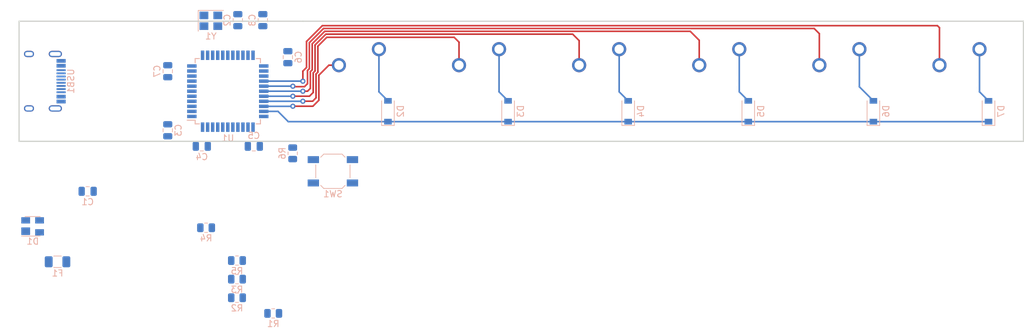
<source format=kicad_pcb>
(kicad_pcb (version 20171130) (host pcbnew "(5.1.9-0-10_14)")

  (general
    (thickness 1.6)
    (drawings 6)
    (tracks 82)
    (zones 0)
    (modules 32)
    (nets 49)
  )

  (page A4)
  (layers
    (0 F.Cu signal)
    (31 B.Cu signal)
    (32 B.Adhes user)
    (33 F.Adhes user)
    (34 B.Paste user)
    (35 F.Paste user)
    (36 B.SilkS user)
    (37 F.SilkS user)
    (38 B.Mask user)
    (39 F.Mask user)
    (40 Dwgs.User user)
    (41 Cmts.User user)
    (42 Eco1.User user)
    (43 Eco2.User user)
    (44 Edge.Cuts user)
    (45 Margin user)
    (46 B.CrtYd user)
    (47 F.CrtYd user)
    (48 B.Fab user)
    (49 F.Fab user)
  )

  (setup
    (last_trace_width 0.25)
    (trace_clearance 0.2)
    (zone_clearance 0.508)
    (zone_45_only no)
    (trace_min 0.2)
    (via_size 0.8)
    (via_drill 0.4)
    (via_min_size 0.4)
    (via_min_drill 0.3)
    (uvia_size 0.3)
    (uvia_drill 0.1)
    (uvias_allowed no)
    (uvia_min_size 0.2)
    (uvia_min_drill 0.1)
    (edge_width 0.05)
    (segment_width 0.2)
    (pcb_text_width 0.3)
    (pcb_text_size 1.5 1.5)
    (mod_edge_width 0.12)
    (mod_text_size 1 1)
    (mod_text_width 0.15)
    (pad_size 1.524 1.524)
    (pad_drill 0.762)
    (pad_to_mask_clearance 0)
    (aux_axis_origin 0 0)
    (visible_elements FFFFFF7F)
    (pcbplotparams
      (layerselection 0x010fc_ffffffff)
      (usegerberextensions false)
      (usegerberattributes true)
      (usegerberadvancedattributes true)
      (creategerberjobfile true)
      (excludeedgelayer true)
      (linewidth 0.100000)
      (plotframeref false)
      (viasonmask false)
      (mode 1)
      (useauxorigin false)
      (hpglpennumber 1)
      (hpglpenspeed 20)
      (hpglpendiameter 15.000000)
      (psnegative false)
      (psa4output false)
      (plotreference true)
      (plotvalue true)
      (plotinvisibletext false)
      (padsonsilk false)
      (subtractmaskfromsilk false)
      (outputformat 1)
      (mirror false)
      (drillshape 1)
      (scaleselection 1)
      (outputdirectory ""))
  )

  (net 0 "")
  (net 1 GND)
  (net 2 XTAL1)
  (net 3 XTAL2)
  (net 4 +5V)
  (net 5 "Net-(C8-Pad1)")
  (net 6 VCC)
  (net 7 "Net-(D1-Pad3)")
  (net 8 "Net-(D1-Pad2)")
  (net 9 "Net-(D2-Pad2)")
  (net 10 ROW0)
  (net 11 "Net-(D3-Pad2)")
  (net 12 "Net-(D4-Pad2)")
  (net 13 "Net-(D5-Pad2)")
  (net 14 "Net-(D6-Pad2)")
  (net 15 "Net-(D7-Pad2)")
  (net 16 COL0)
  (net 17 COL1)
  (net 18 COL2)
  (net 19 COL3)
  (net 20 COL4)
  (net 21 COL5)
  (net 22 DN)
  (net 23 DP)
  (net 24 "Net-(R3-Pad2)")
  (net 25 "Net-(R4-Pad2)")
  (net 26 "Net-(R5-Pad2)")
  (net 27 "Net-(R6-Pad2)")
  (net 28 "Net-(U1-Pad42)")
  (net 29 "Net-(U1-Pad41)")
  (net 30 "Net-(U1-Pad40)")
  (net 31 "Net-(U1-Pad39)")
  (net 32 "Net-(U1-Pad38)")
  (net 33 "Net-(U1-Pad37)")
  (net 34 "Net-(U1-Pad36)")
  (net 35 "Net-(U1-Pad25)")
  (net 36 "Net-(U1-Pad22)")
  (net 37 "Net-(U1-Pad21)")
  (net 38 "Net-(U1-Pad20)")
  (net 39 "Net-(U1-Pad19)")
  (net 40 "Net-(U1-Pad18)")
  (net 41 "Net-(U1-Pad12)")
  (net 42 "Net-(U1-Pad1)")
  (net 43 "Net-(USB1-Pad3)")
  (net 44 "Net-(USB1-Pad9)")
  (net 45 "Net-(U1-Pad11)")
  (net 46 "Net-(U1-Pad10)")
  (net 47 "Net-(U1-Pad9)")
  (net 48 "Net-(U1-Pad8)")

  (net_class Default "This is the default net class."
    (clearance 0.2)
    (trace_width 0.25)
    (via_dia 0.8)
    (via_drill 0.4)
    (uvia_dia 0.3)
    (uvia_drill 0.1)
    (add_net +5V)
    (add_net COL0)
    (add_net COL1)
    (add_net COL2)
    (add_net COL3)
    (add_net COL4)
    (add_net COL5)
    (add_net DN)
    (add_net DP)
    (add_net GND)
    (add_net "Net-(C8-Pad1)")
    (add_net "Net-(D1-Pad2)")
    (add_net "Net-(D1-Pad3)")
    (add_net "Net-(D2-Pad2)")
    (add_net "Net-(D3-Pad2)")
    (add_net "Net-(D4-Pad2)")
    (add_net "Net-(D5-Pad2)")
    (add_net "Net-(D6-Pad2)")
    (add_net "Net-(D7-Pad2)")
    (add_net "Net-(R3-Pad2)")
    (add_net "Net-(R4-Pad2)")
    (add_net "Net-(R5-Pad2)")
    (add_net "Net-(R6-Pad2)")
    (add_net "Net-(U1-Pad1)")
    (add_net "Net-(U1-Pad10)")
    (add_net "Net-(U1-Pad11)")
    (add_net "Net-(U1-Pad12)")
    (add_net "Net-(U1-Pad18)")
    (add_net "Net-(U1-Pad19)")
    (add_net "Net-(U1-Pad20)")
    (add_net "Net-(U1-Pad21)")
    (add_net "Net-(U1-Pad22)")
    (add_net "Net-(U1-Pad25)")
    (add_net "Net-(U1-Pad36)")
    (add_net "Net-(U1-Pad37)")
    (add_net "Net-(U1-Pad38)")
    (add_net "Net-(U1-Pad39)")
    (add_net "Net-(U1-Pad40)")
    (add_net "Net-(U1-Pad41)")
    (add_net "Net-(U1-Pad42)")
    (add_net "Net-(U1-Pad8)")
    (add_net "Net-(U1-Pad9)")
    (add_net "Net-(USB1-Pad3)")
    (add_net "Net-(USB1-Pad9)")
    (add_net ROW0)
    (add_net VCC)
    (add_net XTAL1)
    (add_net XTAL2)
  )

  (module MX_Only:MXOnly-1U-NoLED (layer F.Cu) (tedit 5BD3C6C7) (tstamp 607B27D0)
    (at 228.8875 96.0625)
    (path /607988E7)
    (fp_text reference MX6 (at 0 3.175) (layer Dwgs.User)
      (effects (font (size 1 1) (thickness 0.15)))
    )
    (fp_text value MX-NoLED (at 0 -7.9375) (layer Dwgs.User)
      (effects (font (size 1 1) (thickness 0.15)))
    )
    (fp_line (start -9.525 9.525) (end -9.525 -9.525) (layer Dwgs.User) (width 0.15))
    (fp_line (start 9.525 9.525) (end -9.525 9.525) (layer Dwgs.User) (width 0.15))
    (fp_line (start 9.525 -9.525) (end 9.525 9.525) (layer Dwgs.User) (width 0.15))
    (fp_line (start -9.525 -9.525) (end 9.525 -9.525) (layer Dwgs.User) (width 0.15))
    (fp_line (start -7 -7) (end -7 -5) (layer Dwgs.User) (width 0.15))
    (fp_line (start -5 -7) (end -7 -7) (layer Dwgs.User) (width 0.15))
    (fp_line (start -7 7) (end -5 7) (layer Dwgs.User) (width 0.15))
    (fp_line (start -7 5) (end -7 7) (layer Dwgs.User) (width 0.15))
    (fp_line (start 7 7) (end 7 5) (layer Dwgs.User) (width 0.15))
    (fp_line (start 5 7) (end 7 7) (layer Dwgs.User) (width 0.15))
    (fp_line (start 7 -7) (end 7 -5) (layer Dwgs.User) (width 0.15))
    (fp_line (start 5 -7) (end 7 -7) (layer Dwgs.User) (width 0.15))
    (pad 2 thru_hole circle (at 2.54 -5.08) (size 2.25 2.25) (drill 1.47) (layers *.Cu B.Mask)
      (net 15 "Net-(D7-Pad2)"))
    (pad "" np_thru_hole circle (at 0 0) (size 3.9878 3.9878) (drill 3.9878) (layers *.Cu *.Mask))
    (pad 1 thru_hole circle (at -3.81 -2.54) (size 2.25 2.25) (drill 1.47) (layers *.Cu B.Mask)
      (net 21 COL5))
    (pad "" np_thru_hole circle (at -5.08 0 48.0996) (size 1.75 1.75) (drill 1.75) (layers *.Cu *.Mask))
    (pad "" np_thru_hole circle (at 5.08 0 48.0996) (size 1.75 1.75) (drill 1.75) (layers *.Cu *.Mask))
  )

  (module Crystal:Crystal_SMD_3225-4Pin_3.2x2.5mm (layer B.Cu) (tedit 5A0FD1B2) (tstamp 607B6910)
    (at 109.51875 86.48125)
    (descr "SMD Crystal SERIES SMD3225/4 http://www.txccrystal.com/images/pdf/7m-accuracy.pdf, 3.2x2.5mm^2 package")
    (tags "SMD SMT crystal")
    (path /607BD45F)
    (attr smd)
    (fp_text reference Y1 (at 0 2.45) (layer B.SilkS)
      (effects (font (size 1 1) (thickness 0.15)) (justify mirror))
    )
    (fp_text value Crystal_GND24_Small (at 0 -2.45) (layer B.Fab)
      (effects (font (size 1 1) (thickness 0.15)) (justify mirror))
    )
    (fp_text user %R (at 0 0) (layer B.Fab)
      (effects (font (size 0.7 0.7) (thickness 0.105)) (justify mirror))
    )
    (fp_line (start -1.6 1.25) (end -1.6 -1.25) (layer B.Fab) (width 0.1))
    (fp_line (start -1.6 -1.25) (end 1.6 -1.25) (layer B.Fab) (width 0.1))
    (fp_line (start 1.6 -1.25) (end 1.6 1.25) (layer B.Fab) (width 0.1))
    (fp_line (start 1.6 1.25) (end -1.6 1.25) (layer B.Fab) (width 0.1))
    (fp_line (start -1.6 -0.25) (end -0.6 -1.25) (layer B.Fab) (width 0.1))
    (fp_line (start -2 1.65) (end -2 -1.65) (layer B.SilkS) (width 0.12))
    (fp_line (start -2 -1.65) (end 2 -1.65) (layer B.SilkS) (width 0.12))
    (fp_line (start -2.1 1.7) (end -2.1 -1.7) (layer B.CrtYd) (width 0.05))
    (fp_line (start -2.1 -1.7) (end 2.1 -1.7) (layer B.CrtYd) (width 0.05))
    (fp_line (start 2.1 -1.7) (end 2.1 1.7) (layer B.CrtYd) (width 0.05))
    (fp_line (start 2.1 1.7) (end -2.1 1.7) (layer B.CrtYd) (width 0.05))
    (pad 4 smd rect (at -1.1 0.85) (size 1.4 1.2) (layers B.Cu B.Paste B.Mask)
      (net 1 GND))
    (pad 3 smd rect (at 1.1 0.85) (size 1.4 1.2) (layers B.Cu B.Paste B.Mask)
      (net 3 XTAL2))
    (pad 2 smd rect (at 1.1 -0.85) (size 1.4 1.2) (layers B.Cu B.Paste B.Mask)
      (net 1 GND))
    (pad 1 smd rect (at -1.1 -0.85) (size 1.4 1.2) (layers B.Cu B.Paste B.Mask)
      (net 2 XTAL1))
    (model ${KISYS3DMOD}/Crystal.3dshapes/Crystal_SMD_3225-4Pin_3.2x2.5mm.wrl
      (at (xyz 0 0 0))
      (scale (xyz 1 1 1))
      (rotate (xyz 0 0 0))
    )
  )

  (module Type-C:HRO-TYPE-C-31-M-12-Assembly (layer B.Cu) (tedit 5C42C666) (tstamp 607B12C6)
    (at 78.075 96.0625 90)
    (path /607AAB69)
    (attr smd)
    (fp_text reference USB1 (at 0 9.25 270) (layer B.SilkS)
      (effects (font (size 1 1) (thickness 0.15)) (justify mirror))
    )
    (fp_text value HRO-TYPE-C-31-M-12 (at 0 -1.15 270) (layer Dwgs.User)
      (effects (font (size 1 1) (thickness 0.15)))
    )
    (fp_text user %R (at 0 9.25 270) (layer B.Fab)
      (effects (font (size 1 1) (thickness 0.15)) (justify mirror))
    )
    (fp_line (start -4.47 7.3) (end 4.47 7.3) (layer Dwgs.User) (width 0.15))
    (fp_line (start 4.47 0) (end 4.47 7.3) (layer Dwgs.User) (width 0.15))
    (fp_line (start -4.47 0) (end -4.47 7.3) (layer Dwgs.User) (width 0.15))
    (fp_line (start -4.47 0) (end 4.47 0) (layer Dwgs.User) (width 0.15))
    (fp_line (start -4.5 7.5) (end -3.75 7.5) (layer B.CrtYd) (width 0.15))
    (fp_line (start 3.75 7.5) (end 4.5 7.5) (layer B.CrtYd) (width 0.15))
    (fp_line (start 4.5 7.5) (end 4.5 0) (layer B.CrtYd) (width 0.15))
    (fp_line (start 4.5 0) (end -4.5 0) (layer B.CrtYd) (width 0.15))
    (fp_line (start -4.5 0) (end -4.5 7.5) (layer B.CrtYd) (width 0.15))
    (fp_line (start -3.75 7.5) (end -3.75 8.5) (layer B.CrtYd) (width 0.15))
    (fp_line (start -3.75 8.5) (end 3.75 8.5) (layer B.CrtYd) (width 0.15))
    (fp_line (start 3.75 8.5) (end 3.75 7.5) (layer B.CrtYd) (width 0.15))
    (pad 12 smd rect (at 3.225 7.695 90) (size 0.6 1.45) (layers B.Cu B.Paste B.Mask)
      (net 1 GND))
    (pad 1 smd rect (at -3.225 7.695 90) (size 0.6 1.45) (layers B.Cu B.Paste B.Mask)
      (net 1 GND))
    (pad 11 smd rect (at 2.45 7.695 90) (size 0.6 1.45) (layers B.Cu B.Paste B.Mask)
      (net 6 VCC))
    (pad 2 smd rect (at -2.45 7.695 90) (size 0.6 1.45) (layers B.Cu B.Paste B.Mask)
      (net 6 VCC))
    (pad 3 smd rect (at -1.75 7.695 90) (size 0.3 1.45) (layers B.Cu B.Paste B.Mask)
      (net 43 "Net-(USB1-Pad3)"))
    (pad 10 smd rect (at 1.75 7.695 90) (size 0.3 1.45) (layers B.Cu B.Paste B.Mask)
      (net 24 "Net-(R3-Pad2)"))
    (pad 4 smd rect (at -1.25 7.695 90) (size 0.3 1.45) (layers B.Cu B.Paste B.Mask)
      (net 25 "Net-(R4-Pad2)"))
    (pad 9 smd rect (at 1.25 7.695 90) (size 0.3 1.45) (layers B.Cu B.Paste B.Mask)
      (net 44 "Net-(USB1-Pad9)"))
    (pad 5 smd rect (at -0.75 7.695 90) (size 0.3 1.45) (layers B.Cu B.Paste B.Mask)
      (net 7 "Net-(D1-Pad3)"))
    (pad 8 smd rect (at 0.75 7.695 90) (size 0.3 1.45) (layers B.Cu B.Paste B.Mask)
      (net 8 "Net-(D1-Pad2)"))
    (pad 7 smd rect (at 0.25 7.695 90) (size 0.3 1.45) (layers B.Cu B.Paste B.Mask)
      (net 7 "Net-(D1-Pad3)"))
    (pad 6 smd rect (at -0.25 7.695 90) (size 0.3 1.45) (layers B.Cu B.Paste B.Mask)
      (net 8 "Net-(D1-Pad2)"))
    (pad "" np_thru_hole circle (at 2.89 6.25 90) (size 0.65 0.65) (drill 0.65) (layers *.Cu *.Mask))
    (pad "" np_thru_hole circle (at -2.89 6.25 90) (size 0.65 0.65) (drill 0.65) (layers *.Cu *.Mask))
    (pad 13 thru_hole oval (at -4.32 6.78 90) (size 1 2.1) (drill oval 0.6 1.7) (layers *.Cu *.Mask)
      (net 1 GND))
    (pad 13 thru_hole oval (at 4.32 6.78 90) (size 1 2.1) (drill oval 0.6 1.7) (layers *.Cu *.Mask)
      (net 1 GND))
    (pad 13 thru_hole oval (at -4.32 2.6 90) (size 1 1.6) (drill oval 0.6 1.2) (layers *.Cu *.Mask)
      (net 1 GND))
    (pad 13 thru_hole oval (at 4.32 2.6 90) (size 1 1.6) (drill oval 0.6 1.2) (layers *.Cu *.Mask)
      (net 1 GND))
  )

  (module Package_QFP:TQFP-44_10x10mm_P0.8mm (layer B.Cu) (tedit 5A02F146) (tstamp 607B12A3)
    (at 112.20625 97.65)
    (descr "44-Lead Plastic Thin Quad Flatpack (PT) - 10x10x1.0 mm Body [TQFP] (see Microchip Packaging Specification 00000049BS.pdf)")
    (tags "QFP 0.8")
    (path /607A7242)
    (attr smd)
    (fp_text reference U1 (at 0 7.45) (layer B.SilkS)
      (effects (font (size 1 1) (thickness 0.15)) (justify mirror))
    )
    (fp_text value ATmega32U4-AU (at 0 -7.45) (layer B.Fab)
      (effects (font (size 1 1) (thickness 0.15)) (justify mirror))
    )
    (fp_text user %R (at 0 0) (layer B.Fab)
      (effects (font (size 1 1) (thickness 0.15)) (justify mirror))
    )
    (fp_line (start -4 5) (end 5 5) (layer B.Fab) (width 0.15))
    (fp_line (start 5 5) (end 5 -5) (layer B.Fab) (width 0.15))
    (fp_line (start 5 -5) (end -5 -5) (layer B.Fab) (width 0.15))
    (fp_line (start -5 -5) (end -5 4) (layer B.Fab) (width 0.15))
    (fp_line (start -5 4) (end -4 5) (layer B.Fab) (width 0.15))
    (fp_line (start -6.7 6.7) (end -6.7 -6.7) (layer B.CrtYd) (width 0.05))
    (fp_line (start 6.7 6.7) (end 6.7 -6.7) (layer B.CrtYd) (width 0.05))
    (fp_line (start -6.7 6.7) (end 6.7 6.7) (layer B.CrtYd) (width 0.05))
    (fp_line (start -6.7 -6.7) (end 6.7 -6.7) (layer B.CrtYd) (width 0.05))
    (fp_line (start -5.175 5.175) (end -5.175 4.6) (layer B.SilkS) (width 0.15))
    (fp_line (start 5.175 5.175) (end 5.175 4.5) (layer B.SilkS) (width 0.15))
    (fp_line (start 5.175 -5.175) (end 5.175 -4.5) (layer B.SilkS) (width 0.15))
    (fp_line (start -5.175 -5.175) (end -5.175 -4.5) (layer B.SilkS) (width 0.15))
    (fp_line (start -5.175 5.175) (end -4.5 5.175) (layer B.SilkS) (width 0.15))
    (fp_line (start -5.175 -5.175) (end -4.5 -5.175) (layer B.SilkS) (width 0.15))
    (fp_line (start 5.175 -5.175) (end 4.5 -5.175) (layer B.SilkS) (width 0.15))
    (fp_line (start 5.175 5.175) (end 4.5 5.175) (layer B.SilkS) (width 0.15))
    (fp_line (start -5.175 4.6) (end -6.45 4.6) (layer B.SilkS) (width 0.15))
    (pad 44 smd rect (at -4 5.7 270) (size 1.5 0.55) (layers B.Cu B.Paste B.Mask)
      (net 4 +5V))
    (pad 43 smd rect (at -3.2 5.7 270) (size 1.5 0.55) (layers B.Cu B.Paste B.Mask)
      (net 1 GND))
    (pad 42 smd rect (at -2.4 5.7 270) (size 1.5 0.55) (layers B.Cu B.Paste B.Mask)
      (net 28 "Net-(U1-Pad42)"))
    (pad 41 smd rect (at -1.6 5.7 270) (size 1.5 0.55) (layers B.Cu B.Paste B.Mask)
      (net 29 "Net-(U1-Pad41)"))
    (pad 40 smd rect (at -0.8 5.7 270) (size 1.5 0.55) (layers B.Cu B.Paste B.Mask)
      (net 30 "Net-(U1-Pad40)"))
    (pad 39 smd rect (at 0 5.7 270) (size 1.5 0.55) (layers B.Cu B.Paste B.Mask)
      (net 31 "Net-(U1-Pad39)"))
    (pad 38 smd rect (at 0.8 5.7 270) (size 1.5 0.55) (layers B.Cu B.Paste B.Mask)
      (net 32 "Net-(U1-Pad38)"))
    (pad 37 smd rect (at 1.6 5.7 270) (size 1.5 0.55) (layers B.Cu B.Paste B.Mask)
      (net 33 "Net-(U1-Pad37)"))
    (pad 36 smd rect (at 2.4 5.7 270) (size 1.5 0.55) (layers B.Cu B.Paste B.Mask)
      (net 34 "Net-(U1-Pad36)"))
    (pad 35 smd rect (at 3.2 5.7 270) (size 1.5 0.55) (layers B.Cu B.Paste B.Mask)
      (net 1 GND))
    (pad 34 smd rect (at 4 5.7 270) (size 1.5 0.55) (layers B.Cu B.Paste B.Mask)
      (net 4 +5V))
    (pad 33 smd rect (at 5.7 4) (size 1.5 0.55) (layers B.Cu B.Paste B.Mask)
      (net 26 "Net-(R5-Pad2)"))
    (pad 32 smd rect (at 5.7 3.2) (size 1.5 0.55) (layers B.Cu B.Paste B.Mask)
      (net 10 ROW0))
    (pad 31 smd rect (at 5.7 2.4) (size 1.5 0.55) (layers B.Cu B.Paste B.Mask)
      (net 16 COL0))
    (pad 30 smd rect (at 5.7 1.6) (size 1.5 0.55) (layers B.Cu B.Paste B.Mask)
      (net 17 COL1))
    (pad 29 smd rect (at 5.7 0.8) (size 1.5 0.55) (layers B.Cu B.Paste B.Mask)
      (net 18 COL2))
    (pad 28 smd rect (at 5.7 0) (size 1.5 0.55) (layers B.Cu B.Paste B.Mask)
      (net 19 COL3))
    (pad 27 smd rect (at 5.7 -0.8) (size 1.5 0.55) (layers B.Cu B.Paste B.Mask)
      (net 20 COL4))
    (pad 26 smd rect (at 5.7 -1.6) (size 1.5 0.55) (layers B.Cu B.Paste B.Mask)
      (net 21 COL5))
    (pad 25 smd rect (at 5.7 -2.4) (size 1.5 0.55) (layers B.Cu B.Paste B.Mask)
      (net 35 "Net-(U1-Pad25)"))
    (pad 24 smd rect (at 5.7 -3.2) (size 1.5 0.55) (layers B.Cu B.Paste B.Mask)
      (net 4 +5V))
    (pad 23 smd rect (at 5.7 -4) (size 1.5 0.55) (layers B.Cu B.Paste B.Mask)
      (net 1 GND))
    (pad 22 smd rect (at 4 -5.7 270) (size 1.5 0.55) (layers B.Cu B.Paste B.Mask)
      (net 36 "Net-(U1-Pad22)"))
    (pad 21 smd rect (at 3.2 -5.7 270) (size 1.5 0.55) (layers B.Cu B.Paste B.Mask)
      (net 37 "Net-(U1-Pad21)"))
    (pad 20 smd rect (at 2.4 -5.7 270) (size 1.5 0.55) (layers B.Cu B.Paste B.Mask)
      (net 38 "Net-(U1-Pad20)"))
    (pad 19 smd rect (at 1.6 -5.7 270) (size 1.5 0.55) (layers B.Cu B.Paste B.Mask)
      (net 39 "Net-(U1-Pad19)"))
    (pad 18 smd rect (at 0.8 -5.7 270) (size 1.5 0.55) (layers B.Cu B.Paste B.Mask)
      (net 40 "Net-(U1-Pad18)"))
    (pad 17 smd rect (at 0 -5.7 270) (size 1.5 0.55) (layers B.Cu B.Paste B.Mask)
      (net 2 XTAL1))
    (pad 16 smd rect (at -0.8 -5.7 270) (size 1.5 0.55) (layers B.Cu B.Paste B.Mask)
      (net 3 XTAL2))
    (pad 15 smd rect (at -1.6 -5.7 270) (size 1.5 0.55) (layers B.Cu B.Paste B.Mask)
      (net 1 GND))
    (pad 14 smd rect (at -2.4 -5.7 270) (size 1.5 0.55) (layers B.Cu B.Paste B.Mask)
      (net 4 +5V))
    (pad 13 smd rect (at -3.2 -5.7 270) (size 1.5 0.55) (layers B.Cu B.Paste B.Mask)
      (net 27 "Net-(R6-Pad2)"))
    (pad 12 smd rect (at -4 -5.7 270) (size 1.5 0.55) (layers B.Cu B.Paste B.Mask)
      (net 41 "Net-(U1-Pad12)"))
    (pad 11 smd rect (at -5.7 -4) (size 1.5 0.55) (layers B.Cu B.Paste B.Mask)
      (net 45 "Net-(U1-Pad11)"))
    (pad 10 smd rect (at -5.7 -3.2) (size 1.5 0.55) (layers B.Cu B.Paste B.Mask)
      (net 46 "Net-(U1-Pad10)"))
    (pad 9 smd rect (at -5.7 -2.4) (size 1.5 0.55) (layers B.Cu B.Paste B.Mask)
      (net 47 "Net-(U1-Pad9)"))
    (pad 8 smd rect (at -5.7 -1.6) (size 1.5 0.55) (layers B.Cu B.Paste B.Mask)
      (net 48 "Net-(U1-Pad8)"))
    (pad 7 smd rect (at -5.7 -0.8) (size 1.5 0.55) (layers B.Cu B.Paste B.Mask)
      (net 4 +5V))
    (pad 6 smd rect (at -5.7 0) (size 1.5 0.55) (layers B.Cu B.Paste B.Mask)
      (net 5 "Net-(C8-Pad1)"))
    (pad 5 smd rect (at -5.7 0.8) (size 1.5 0.55) (layers B.Cu B.Paste B.Mask)
      (net 1 GND))
    (pad 4 smd rect (at -5.7 1.6) (size 1.5 0.55) (layers B.Cu B.Paste B.Mask)
      (net 23 DP))
    (pad 3 smd rect (at -5.7 2.4) (size 1.5 0.55) (layers B.Cu B.Paste B.Mask)
      (net 22 DN))
    (pad 2 smd rect (at -5.7 3.2) (size 1.5 0.55) (layers B.Cu B.Paste B.Mask)
      (net 4 +5V))
    (pad 1 smd rect (at -5.7 4) (size 1.5 0.55) (layers B.Cu B.Paste B.Mask)
      (net 42 "Net-(U1-Pad1)"))
    (model ${KISYS3DMOD}/Package_QFP.3dshapes/TQFP-44_10x10mm_P0.8mm.wrl
      (at (xyz 0 0 0))
      (scale (xyz 1 1 1))
      (rotate (xyz 0 0 0))
    )
  )

  (module Button_Switch_SMD:SW_SPST_SKQG_WithStem (layer B.Cu) (tedit 5ABAB6AF) (tstamp 607B227F)
    (at 128.875 110.35)
    (descr "ALPS 5.2mm Square Low-profile Type (Surface Mount) SKQG Series, With stem, http://www.alps.com/prod/info/E/HTML/Tact/SurfaceMount/SKQG/SKQGAFE010.html")
    (tags "SPST Button Switch")
    (path /608CB4D3)
    (attr smd)
    (fp_text reference SW1 (at 0 3.6) (layer B.SilkS)
      (effects (font (size 1 1) (thickness 0.15)) (justify mirror))
    )
    (fp_text value SW_Push (at 0 -3.6) (layer B.Fab)
      (effects (font (size 1 1) (thickness 0.15)) (justify mirror))
    )
    (fp_text user "No F.Cu tracks" (at -2.5 -0.2) (layer Cmts.User)
      (effects (font (size 0.2 0.2) (thickness 0.03)))
    )
    (fp_text user "KEEP-OUT ZONE" (at -2.5 0.2) (layer Cmts.User)
      (effects (font (size 0.2 0.2) (thickness 0.03)))
    )
    (fp_text user "KEEP-OUT ZONE" (at 2.5 0.2) (layer Cmts.User)
      (effects (font (size 0.2 0.2) (thickness 0.03)))
    )
    (fp_text user "No F.Cu tracks" (at 2.5 -0.2) (layer Cmts.User)
      (effects (font (size 0.2 0.2) (thickness 0.03)))
    )
    (fp_text user %R (at 0 0) (layer B.Fab)
      (effects (font (size 0.4 0.4) (thickness 0.06)) (justify mirror))
    )
    (fp_line (start 1.4 2.6) (end 2.6 1.4) (layer B.Fab) (width 0.1))
    (fp_line (start 2.6 1.4) (end 2.6 -1.4) (layer B.Fab) (width 0.1))
    (fp_line (start 2.6 -1.4) (end 1.4 -2.6) (layer B.Fab) (width 0.1))
    (fp_line (start 1.4 -2.6) (end -1.4 -2.6) (layer B.Fab) (width 0.1))
    (fp_line (start -1.4 -2.6) (end -2.6 -1.4) (layer B.Fab) (width 0.1))
    (fp_line (start -2.6 -1.4) (end -2.6 1.4) (layer B.Fab) (width 0.1))
    (fp_line (start -2.6 1.4) (end -1.4 2.6) (layer B.Fab) (width 0.1))
    (fp_line (start -1.4 2.6) (end 1.4 2.6) (layer B.Fab) (width 0.1))
    (fp_line (start -4.25 2.85) (end -4.25 -2.85) (layer B.CrtYd) (width 0.05))
    (fp_line (start 4.25 2.85) (end -4.25 2.85) (layer B.CrtYd) (width 0.05))
    (fp_line (start 4.25 -2.85) (end 4.25 2.85) (layer B.CrtYd) (width 0.05))
    (fp_line (start -4.25 -2.85) (end 4.25 -2.85) (layer B.CrtYd) (width 0.05))
    (fp_line (start -0.95 1.865) (end 0.95 1.865) (layer B.Fab) (width 0.1))
    (fp_line (start -1.865 -0.95) (end -1.865 0.95) (layer B.Fab) (width 0.1))
    (fp_line (start 0.95 -1.865) (end -0.95 -1.865) (layer B.Fab) (width 0.1))
    (fp_line (start 1.865 0.95) (end 1.865 -0.95) (layer B.Fab) (width 0.1))
    (fp_line (start -2.72 -1.04) (end -2.72 1.04) (layer B.SilkS) (width 0.12))
    (fp_line (start 1.45 2.72) (end 1.94 2.23) (layer B.SilkS) (width 0.12))
    (fp_circle (center 0 0) (end 1 0) (layer B.Fab) (width 0.1))
    (fp_line (start 2.72 -1.04) (end 2.72 1.04) (layer B.SilkS) (width 0.12))
    (fp_line (start -1.45 2.72) (end -1.94 2.23) (layer B.SilkS) (width 0.12))
    (fp_line (start -1.45 2.72) (end 1.45 2.72) (layer B.SilkS) (width 0.12))
    (fp_line (start -1.45 -2.72) (end -1.94 -2.23) (layer B.SilkS) (width 0.12))
    (fp_line (start -1.45 -2.72) (end 1.45 -2.72) (layer B.SilkS) (width 0.12))
    (fp_line (start 1.45 -2.72) (end 1.94 -2.23) (layer B.SilkS) (width 0.12))
    (fp_line (start 0.95 -1.865) (end 1.865 -0.95) (layer B.Fab) (width 0.1))
    (fp_line (start -0.95 -1.865) (end -1.865 -0.95) (layer B.Fab) (width 0.1))
    (fp_line (start -0.95 1.865) (end -1.865 0.95) (layer B.Fab) (width 0.1))
    (fp_line (start 0.95 1.865) (end 1.865 0.95) (layer B.Fab) (width 0.1))
    (fp_line (start 4 1.3) (end 4 -1.3) (layer Dwgs.User) (width 0.05))
    (fp_line (start 4 -1.3) (end 1 -1.3) (layer Dwgs.User) (width 0.05))
    (fp_line (start 1 -1.3) (end 1 1.3) (layer Dwgs.User) (width 0.05))
    (fp_line (start 1 1.3) (end 4 1.3) (layer Dwgs.User) (width 0.05))
    (fp_line (start 1 0.3) (end 2 1.3) (layer Dwgs.User) (width 0.05))
    (fp_line (start 1 -0.7) (end 3 1.3) (layer Dwgs.User) (width 0.05))
    (fp_line (start 4 1.3) (end 1.4 -1.3) (layer Dwgs.User) (width 0.05))
    (fp_line (start 2.4 -1.3) (end 4 0.3) (layer Dwgs.User) (width 0.05))
    (fp_line (start 4 -0.7) (end 3.4 -1.3) (layer Dwgs.User) (width 0.05))
    (fp_line (start -1 -0.7) (end -1.6 -1.3) (layer Dwgs.User) (width 0.05))
    (fp_line (start -4 -1.3) (end -4 1.3) (layer Dwgs.User) (width 0.05))
    (fp_line (start -4 -0.7) (end -2 1.3) (layer Dwgs.User) (width 0.05))
    (fp_line (start -1 -1.3) (end -4 -1.3) (layer Dwgs.User) (width 0.05))
    (fp_line (start -4 1.3) (end -1 1.3) (layer Dwgs.User) (width 0.05))
    (fp_line (start -1 1.3) (end -3.6 -1.3) (layer Dwgs.User) (width 0.05))
    (fp_line (start -2.6 -1.3) (end -1 0.3) (layer Dwgs.User) (width 0.05))
    (fp_line (start -4 0.3) (end -3 1.3) (layer Dwgs.User) (width 0.05))
    (fp_line (start -1 1.3) (end -1 -1.3) (layer Dwgs.User) (width 0.05))
    (pad 2 smd rect (at 3.1 -1.85) (size 1.8 1.1) (layers B.Cu B.Paste B.Mask)
      (net 27 "Net-(R6-Pad2)"))
    (pad 2 smd rect (at -3.1 -1.85) (size 1.8 1.1) (layers B.Cu B.Paste B.Mask)
      (net 27 "Net-(R6-Pad2)"))
    (pad 1 smd rect (at 3.1 1.85) (size 1.8 1.1) (layers B.Cu B.Paste B.Mask)
      (net 1 GND))
    (pad 1 smd rect (at -3.1 1.85) (size 1.8 1.1) (layers B.Cu B.Paste B.Mask)
      (net 1 GND))
    (model ${KISYS3DMOD}/Button_Switch_SMD.3dshapes/SW_SPST_SKQG_WithStem.wrl
      (at (xyz 0 0 0))
      (scale (xyz 1 1 1))
      (rotate (xyz 0 0 0))
    )
  )

  (module Resistor_SMD:R_0805_2012Metric (layer B.Cu) (tedit 5F68FEEE) (tstamp 607B1224)
    (at 122.5 107.5 270)
    (descr "Resistor SMD 0805 (2012 Metric), square (rectangular) end terminal, IPC_7351 nominal, (Body size source: IPC-SM-782 page 72, https://www.pcb-3d.com/wordpress/wp-content/uploads/ipc-sm-782a_amendment_1_and_2.pdf), generated with kicad-footprint-generator")
    (tags resistor)
    (path /60803720)
    (attr smd)
    (fp_text reference R6 (at 0 1.65 90) (layer B.SilkS)
      (effects (font (size 1 1) (thickness 0.15)) (justify mirror))
    )
    (fp_text value 10k (at 0 -1.65 90) (layer B.Fab)
      (effects (font (size 1 1) (thickness 0.15)) (justify mirror))
    )
    (fp_text user %R (at 0 0 90) (layer B.Fab)
      (effects (font (size 0.5 0.5) (thickness 0.08)) (justify mirror))
    )
    (fp_line (start -1 -0.625) (end -1 0.625) (layer B.Fab) (width 0.1))
    (fp_line (start -1 0.625) (end 1 0.625) (layer B.Fab) (width 0.1))
    (fp_line (start 1 0.625) (end 1 -0.625) (layer B.Fab) (width 0.1))
    (fp_line (start 1 -0.625) (end -1 -0.625) (layer B.Fab) (width 0.1))
    (fp_line (start -0.227064 0.735) (end 0.227064 0.735) (layer B.SilkS) (width 0.12))
    (fp_line (start -0.227064 -0.735) (end 0.227064 -0.735) (layer B.SilkS) (width 0.12))
    (fp_line (start -1.68 -0.95) (end -1.68 0.95) (layer B.CrtYd) (width 0.05))
    (fp_line (start -1.68 0.95) (end 1.68 0.95) (layer B.CrtYd) (width 0.05))
    (fp_line (start 1.68 0.95) (end 1.68 -0.95) (layer B.CrtYd) (width 0.05))
    (fp_line (start 1.68 -0.95) (end -1.68 -0.95) (layer B.CrtYd) (width 0.05))
    (pad 2 smd roundrect (at 0.9125 0 270) (size 1.025 1.4) (layers B.Cu B.Paste B.Mask) (roundrect_rratio 0.243902)
      (net 27 "Net-(R6-Pad2)"))
    (pad 1 smd roundrect (at -0.9125 0 270) (size 1.025 1.4) (layers B.Cu B.Paste B.Mask) (roundrect_rratio 0.243902)
      (net 4 +5V))
    (model ${KISYS3DMOD}/Resistor_SMD.3dshapes/R_0805_2012Metric.wrl
      (at (xyz 0 0 0))
      (scale (xyz 1 1 1))
      (rotate (xyz 0 0 0))
    )
  )

  (module Resistor_SMD:R_0805_2012Metric (layer B.Cu) (tedit 5F68FEEE) (tstamp 607B1213)
    (at 113.66125 124.505)
    (descr "Resistor SMD 0805 (2012 Metric), square (rectangular) end terminal, IPC_7351 nominal, (Body size source: IPC-SM-782 page 72, https://www.pcb-3d.com/wordpress/wp-content/uploads/ipc-sm-782a_amendment_1_and_2.pdf), generated with kicad-footprint-generator")
    (tags resistor)
    (path /607B3377)
    (attr smd)
    (fp_text reference R5 (at 0 1.65) (layer B.SilkS)
      (effects (font (size 1 1) (thickness 0.15)) (justify mirror))
    )
    (fp_text value 10k (at 0 -1.65) (layer B.Fab)
      (effects (font (size 1 1) (thickness 0.15)) (justify mirror))
    )
    (fp_text user %R (at 0 0) (layer B.Fab)
      (effects (font (size 0.5 0.5) (thickness 0.08)) (justify mirror))
    )
    (fp_line (start -1 -0.625) (end -1 0.625) (layer B.Fab) (width 0.1))
    (fp_line (start -1 0.625) (end 1 0.625) (layer B.Fab) (width 0.1))
    (fp_line (start 1 0.625) (end 1 -0.625) (layer B.Fab) (width 0.1))
    (fp_line (start 1 -0.625) (end -1 -0.625) (layer B.Fab) (width 0.1))
    (fp_line (start -0.227064 0.735) (end 0.227064 0.735) (layer B.SilkS) (width 0.12))
    (fp_line (start -0.227064 -0.735) (end 0.227064 -0.735) (layer B.SilkS) (width 0.12))
    (fp_line (start -1.68 -0.95) (end -1.68 0.95) (layer B.CrtYd) (width 0.05))
    (fp_line (start -1.68 0.95) (end 1.68 0.95) (layer B.CrtYd) (width 0.05))
    (fp_line (start 1.68 0.95) (end 1.68 -0.95) (layer B.CrtYd) (width 0.05))
    (fp_line (start 1.68 -0.95) (end -1.68 -0.95) (layer B.CrtYd) (width 0.05))
    (pad 2 smd roundrect (at 0.9125 0) (size 1.025 1.4) (layers B.Cu B.Paste B.Mask) (roundrect_rratio 0.243902)
      (net 26 "Net-(R5-Pad2)"))
    (pad 1 smd roundrect (at -0.9125 0) (size 1.025 1.4) (layers B.Cu B.Paste B.Mask) (roundrect_rratio 0.243902)
      (net 1 GND))
    (model ${KISYS3DMOD}/Resistor_SMD.3dshapes/R_0805_2012Metric.wrl
      (at (xyz 0 0 0))
      (scale (xyz 1 1 1))
      (rotate (xyz 0 0 0))
    )
  )

  (module Resistor_SMD:R_0805_2012Metric (layer B.Cu) (tedit 5F68FEEE) (tstamp 607B1202)
    (at 108.76125 119.305)
    (descr "Resistor SMD 0805 (2012 Metric), square (rectangular) end terminal, IPC_7351 nominal, (Body size source: IPC-SM-782 page 72, https://www.pcb-3d.com/wordpress/wp-content/uploads/ipc-sm-782a_amendment_1_and_2.pdf), generated with kicad-footprint-generator")
    (tags resistor)
    (path /607DBD82)
    (attr smd)
    (fp_text reference R4 (at 0 1.65) (layer B.SilkS)
      (effects (font (size 1 1) (thickness 0.15)) (justify mirror))
    )
    (fp_text value 5.1k (at 0 -1.65) (layer B.Fab)
      (effects (font (size 1 1) (thickness 0.15)) (justify mirror))
    )
    (fp_text user %R (at 0 0) (layer B.Fab)
      (effects (font (size 0.5 0.5) (thickness 0.08)) (justify mirror))
    )
    (fp_line (start -1 -0.625) (end -1 0.625) (layer B.Fab) (width 0.1))
    (fp_line (start -1 0.625) (end 1 0.625) (layer B.Fab) (width 0.1))
    (fp_line (start 1 0.625) (end 1 -0.625) (layer B.Fab) (width 0.1))
    (fp_line (start 1 -0.625) (end -1 -0.625) (layer B.Fab) (width 0.1))
    (fp_line (start -0.227064 0.735) (end 0.227064 0.735) (layer B.SilkS) (width 0.12))
    (fp_line (start -0.227064 -0.735) (end 0.227064 -0.735) (layer B.SilkS) (width 0.12))
    (fp_line (start -1.68 -0.95) (end -1.68 0.95) (layer B.CrtYd) (width 0.05))
    (fp_line (start -1.68 0.95) (end 1.68 0.95) (layer B.CrtYd) (width 0.05))
    (fp_line (start 1.68 0.95) (end 1.68 -0.95) (layer B.CrtYd) (width 0.05))
    (fp_line (start 1.68 -0.95) (end -1.68 -0.95) (layer B.CrtYd) (width 0.05))
    (pad 2 smd roundrect (at 0.9125 0) (size 1.025 1.4) (layers B.Cu B.Paste B.Mask) (roundrect_rratio 0.243902)
      (net 25 "Net-(R4-Pad2)"))
    (pad 1 smd roundrect (at -0.9125 0) (size 1.025 1.4) (layers B.Cu B.Paste B.Mask) (roundrect_rratio 0.243902)
      (net 1 GND))
    (model ${KISYS3DMOD}/Resistor_SMD.3dshapes/R_0805_2012Metric.wrl
      (at (xyz 0 0 0))
      (scale (xyz 1 1 1))
      (rotate (xyz 0 0 0))
    )
  )

  (module Resistor_SMD:R_0805_2012Metric (layer B.Cu) (tedit 5F68FEEE) (tstamp 607B11F1)
    (at 113.66125 127.455)
    (descr "Resistor SMD 0805 (2012 Metric), square (rectangular) end terminal, IPC_7351 nominal, (Body size source: IPC-SM-782 page 72, https://www.pcb-3d.com/wordpress/wp-content/uploads/ipc-sm-782a_amendment_1_and_2.pdf), generated with kicad-footprint-generator")
    (tags resistor)
    (path /607E222B)
    (attr smd)
    (fp_text reference R3 (at 0 1.65) (layer B.SilkS)
      (effects (font (size 1 1) (thickness 0.15)) (justify mirror))
    )
    (fp_text value 5.1k (at 0 -1.65) (layer B.Fab)
      (effects (font (size 1 1) (thickness 0.15)) (justify mirror))
    )
    (fp_text user %R (at 0 0) (layer B.Fab)
      (effects (font (size 0.5 0.5) (thickness 0.08)) (justify mirror))
    )
    (fp_line (start -1 -0.625) (end -1 0.625) (layer B.Fab) (width 0.1))
    (fp_line (start -1 0.625) (end 1 0.625) (layer B.Fab) (width 0.1))
    (fp_line (start 1 0.625) (end 1 -0.625) (layer B.Fab) (width 0.1))
    (fp_line (start 1 -0.625) (end -1 -0.625) (layer B.Fab) (width 0.1))
    (fp_line (start -0.227064 0.735) (end 0.227064 0.735) (layer B.SilkS) (width 0.12))
    (fp_line (start -0.227064 -0.735) (end 0.227064 -0.735) (layer B.SilkS) (width 0.12))
    (fp_line (start -1.68 -0.95) (end -1.68 0.95) (layer B.CrtYd) (width 0.05))
    (fp_line (start -1.68 0.95) (end 1.68 0.95) (layer B.CrtYd) (width 0.05))
    (fp_line (start 1.68 0.95) (end 1.68 -0.95) (layer B.CrtYd) (width 0.05))
    (fp_line (start 1.68 -0.95) (end -1.68 -0.95) (layer B.CrtYd) (width 0.05))
    (pad 2 smd roundrect (at 0.9125 0) (size 1.025 1.4) (layers B.Cu B.Paste B.Mask) (roundrect_rratio 0.243902)
      (net 24 "Net-(R3-Pad2)"))
    (pad 1 smd roundrect (at -0.9125 0) (size 1.025 1.4) (layers B.Cu B.Paste B.Mask) (roundrect_rratio 0.243902)
      (net 1 GND))
    (model ${KISYS3DMOD}/Resistor_SMD.3dshapes/R_0805_2012Metric.wrl
      (at (xyz 0 0 0))
      (scale (xyz 1 1 1))
      (rotate (xyz 0 0 0))
    )
  )

  (module Resistor_SMD:R_0805_2012Metric (layer B.Cu) (tedit 5F68FEEE) (tstamp 607B11E0)
    (at 113.66125 130.405)
    (descr "Resistor SMD 0805 (2012 Metric), square (rectangular) end terminal, IPC_7351 nominal, (Body size source: IPC-SM-782 page 72, https://www.pcb-3d.com/wordpress/wp-content/uploads/ipc-sm-782a_amendment_1_and_2.pdf), generated with kicad-footprint-generator")
    (tags resistor)
    (path /607BEC11)
    (attr smd)
    (fp_text reference R2 (at 0 1.65) (layer B.SilkS)
      (effects (font (size 1 1) (thickness 0.15)) (justify mirror))
    )
    (fp_text value 22 (at 0 -1.65) (layer B.Fab)
      (effects (font (size 1 1) (thickness 0.15)) (justify mirror))
    )
    (fp_text user %R (at 0 0) (layer B.Fab)
      (effects (font (size 0.5 0.5) (thickness 0.08)) (justify mirror))
    )
    (fp_line (start -1 -0.625) (end -1 0.625) (layer B.Fab) (width 0.1))
    (fp_line (start -1 0.625) (end 1 0.625) (layer B.Fab) (width 0.1))
    (fp_line (start 1 0.625) (end 1 -0.625) (layer B.Fab) (width 0.1))
    (fp_line (start 1 -0.625) (end -1 -0.625) (layer B.Fab) (width 0.1))
    (fp_line (start -0.227064 0.735) (end 0.227064 0.735) (layer B.SilkS) (width 0.12))
    (fp_line (start -0.227064 -0.735) (end 0.227064 -0.735) (layer B.SilkS) (width 0.12))
    (fp_line (start -1.68 -0.95) (end -1.68 0.95) (layer B.CrtYd) (width 0.05))
    (fp_line (start -1.68 0.95) (end 1.68 0.95) (layer B.CrtYd) (width 0.05))
    (fp_line (start 1.68 0.95) (end 1.68 -0.95) (layer B.CrtYd) (width 0.05))
    (fp_line (start 1.68 -0.95) (end -1.68 -0.95) (layer B.CrtYd) (width 0.05))
    (pad 2 smd roundrect (at 0.9125 0) (size 1.025 1.4) (layers B.Cu B.Paste B.Mask) (roundrect_rratio 0.243902)
      (net 23 DP))
    (pad 1 smd roundrect (at -0.9125 0) (size 1.025 1.4) (layers B.Cu B.Paste B.Mask) (roundrect_rratio 0.243902)
      (net 8 "Net-(D1-Pad2)"))
    (model ${KISYS3DMOD}/Resistor_SMD.3dshapes/R_0805_2012Metric.wrl
      (at (xyz 0 0 0))
      (scale (xyz 1 1 1))
      (rotate (xyz 0 0 0))
    )
  )

  (module Resistor_SMD:R_0805_2012Metric (layer B.Cu) (tedit 5F68FEEE) (tstamp 607B11CF)
    (at 119.41125 132.885)
    (descr "Resistor SMD 0805 (2012 Metric), square (rectangular) end terminal, IPC_7351 nominal, (Body size source: IPC-SM-782 page 72, https://www.pcb-3d.com/wordpress/wp-content/uploads/ipc-sm-782a_amendment_1_and_2.pdf), generated with kicad-footprint-generator")
    (tags resistor)
    (path /607BDE69)
    (attr smd)
    (fp_text reference R1 (at 0 1.65) (layer B.SilkS)
      (effects (font (size 1 1) (thickness 0.15)) (justify mirror))
    )
    (fp_text value 22 (at 0 -1.65) (layer B.Fab)
      (effects (font (size 1 1) (thickness 0.15)) (justify mirror))
    )
    (fp_text user %R (at 0 0) (layer B.Fab)
      (effects (font (size 0.5 0.5) (thickness 0.08)) (justify mirror))
    )
    (fp_line (start -1 -0.625) (end -1 0.625) (layer B.Fab) (width 0.1))
    (fp_line (start -1 0.625) (end 1 0.625) (layer B.Fab) (width 0.1))
    (fp_line (start 1 0.625) (end 1 -0.625) (layer B.Fab) (width 0.1))
    (fp_line (start 1 -0.625) (end -1 -0.625) (layer B.Fab) (width 0.1))
    (fp_line (start -0.227064 0.735) (end 0.227064 0.735) (layer B.SilkS) (width 0.12))
    (fp_line (start -0.227064 -0.735) (end 0.227064 -0.735) (layer B.SilkS) (width 0.12))
    (fp_line (start -1.68 -0.95) (end -1.68 0.95) (layer B.CrtYd) (width 0.05))
    (fp_line (start -1.68 0.95) (end 1.68 0.95) (layer B.CrtYd) (width 0.05))
    (fp_line (start 1.68 0.95) (end 1.68 -0.95) (layer B.CrtYd) (width 0.05))
    (fp_line (start 1.68 -0.95) (end -1.68 -0.95) (layer B.CrtYd) (width 0.05))
    (pad 2 smd roundrect (at 0.9125 0) (size 1.025 1.4) (layers B.Cu B.Paste B.Mask) (roundrect_rratio 0.243902)
      (net 22 DN))
    (pad 1 smd roundrect (at -0.9125 0) (size 1.025 1.4) (layers B.Cu B.Paste B.Mask) (roundrect_rratio 0.243902)
      (net 7 "Net-(D1-Pad3)"))
    (model ${KISYS3DMOD}/Resistor_SMD.3dshapes/R_0805_2012Metric.wrl
      (at (xyz 0 0 0))
      (scale (xyz 1 1 1))
      (rotate (xyz 0 0 0))
    )
  )

  (module MX_Only:MXOnly-1U-NoLED (layer F.Cu) (tedit 5BD3C6C7) (tstamp 607B11AD)
    (at 209.8375 96.0625)
    (path /60797B61)
    (fp_text reference MX5 (at 0 3.175) (layer Dwgs.User)
      (effects (font (size 1 1) (thickness 0.15)))
    )
    (fp_text value MX-NoLED (at 0 -7.9375) (layer Dwgs.User)
      (effects (font (size 1 1) (thickness 0.15)))
    )
    (fp_line (start -9.525 9.525) (end -9.525 -9.525) (layer Dwgs.User) (width 0.15))
    (fp_line (start 9.525 9.525) (end -9.525 9.525) (layer Dwgs.User) (width 0.15))
    (fp_line (start 9.525 -9.525) (end 9.525 9.525) (layer Dwgs.User) (width 0.15))
    (fp_line (start -9.525 -9.525) (end 9.525 -9.525) (layer Dwgs.User) (width 0.15))
    (fp_line (start -7 -7) (end -7 -5) (layer Dwgs.User) (width 0.15))
    (fp_line (start -5 -7) (end -7 -7) (layer Dwgs.User) (width 0.15))
    (fp_line (start -7 7) (end -5 7) (layer Dwgs.User) (width 0.15))
    (fp_line (start -7 5) (end -7 7) (layer Dwgs.User) (width 0.15))
    (fp_line (start 7 7) (end 7 5) (layer Dwgs.User) (width 0.15))
    (fp_line (start 5 7) (end 7 7) (layer Dwgs.User) (width 0.15))
    (fp_line (start 7 -7) (end 7 -5) (layer Dwgs.User) (width 0.15))
    (fp_line (start 5 -7) (end 7 -7) (layer Dwgs.User) (width 0.15))
    (pad 2 thru_hole circle (at 2.54 -5.08) (size 2.25 2.25) (drill 1.47) (layers *.Cu B.Mask)
      (net 14 "Net-(D6-Pad2)"))
    (pad "" np_thru_hole circle (at 0 0) (size 3.9878 3.9878) (drill 3.9878) (layers *.Cu *.Mask))
    (pad 1 thru_hole circle (at -3.81 -2.54) (size 2.25 2.25) (drill 1.47) (layers *.Cu B.Mask)
      (net 20 COL4))
    (pad "" np_thru_hole circle (at -5.08 0 48.0996) (size 1.75 1.75) (drill 1.75) (layers *.Cu *.Mask))
    (pad "" np_thru_hole circle (at 5.08 0 48.0996) (size 1.75 1.75) (drill 1.75) (layers *.Cu *.Mask))
  )

  (module MX_Only:MXOnly-1U-NoLED (layer F.Cu) (tedit 5BD3C6C7) (tstamp 607B1198)
    (at 190.7875 96.0625)
    (path /60796C5A)
    (fp_text reference MX4 (at 0 3.175) (layer Dwgs.User)
      (effects (font (size 1 1) (thickness 0.15)))
    )
    (fp_text value MX-NoLED (at 0 -7.9375) (layer Dwgs.User)
      (effects (font (size 1 1) (thickness 0.15)))
    )
    (fp_line (start -9.525 9.525) (end -9.525 -9.525) (layer Dwgs.User) (width 0.15))
    (fp_line (start 9.525 9.525) (end -9.525 9.525) (layer Dwgs.User) (width 0.15))
    (fp_line (start 9.525 -9.525) (end 9.525 9.525) (layer Dwgs.User) (width 0.15))
    (fp_line (start -9.525 -9.525) (end 9.525 -9.525) (layer Dwgs.User) (width 0.15))
    (fp_line (start -7 -7) (end -7 -5) (layer Dwgs.User) (width 0.15))
    (fp_line (start -5 -7) (end -7 -7) (layer Dwgs.User) (width 0.15))
    (fp_line (start -7 7) (end -5 7) (layer Dwgs.User) (width 0.15))
    (fp_line (start -7 5) (end -7 7) (layer Dwgs.User) (width 0.15))
    (fp_line (start 7 7) (end 7 5) (layer Dwgs.User) (width 0.15))
    (fp_line (start 5 7) (end 7 7) (layer Dwgs.User) (width 0.15))
    (fp_line (start 7 -7) (end 7 -5) (layer Dwgs.User) (width 0.15))
    (fp_line (start 5 -7) (end 7 -7) (layer Dwgs.User) (width 0.15))
    (pad 2 thru_hole circle (at 2.54 -5.08) (size 2.25 2.25) (drill 1.47) (layers *.Cu B.Mask)
      (net 13 "Net-(D5-Pad2)"))
    (pad "" np_thru_hole circle (at 0 0) (size 3.9878 3.9878) (drill 3.9878) (layers *.Cu *.Mask))
    (pad 1 thru_hole circle (at -3.81 -2.54) (size 2.25 2.25) (drill 1.47) (layers *.Cu B.Mask)
      (net 19 COL3))
    (pad "" np_thru_hole circle (at -5.08 0 48.0996) (size 1.75 1.75) (drill 1.75) (layers *.Cu *.Mask))
    (pad "" np_thru_hole circle (at 5.08 0 48.0996) (size 1.75 1.75) (drill 1.75) (layers *.Cu *.Mask))
  )

  (module MX_Only:MXOnly-1U-NoLED (layer F.Cu) (tedit 5BD3C6C7) (tstamp 607B1183)
    (at 171.7375 96.0625)
    (path /6079619A)
    (fp_text reference MX3 (at 0 3.175) (layer Dwgs.User)
      (effects (font (size 1 1) (thickness 0.15)))
    )
    (fp_text value MX-NoLED (at 0 -7.9375) (layer Dwgs.User)
      (effects (font (size 1 1) (thickness 0.15)))
    )
    (fp_line (start -9.525 9.525) (end -9.525 -9.525) (layer Dwgs.User) (width 0.15))
    (fp_line (start 9.525 9.525) (end -9.525 9.525) (layer Dwgs.User) (width 0.15))
    (fp_line (start 9.525 -9.525) (end 9.525 9.525) (layer Dwgs.User) (width 0.15))
    (fp_line (start -9.525 -9.525) (end 9.525 -9.525) (layer Dwgs.User) (width 0.15))
    (fp_line (start -7 -7) (end -7 -5) (layer Dwgs.User) (width 0.15))
    (fp_line (start -5 -7) (end -7 -7) (layer Dwgs.User) (width 0.15))
    (fp_line (start -7 7) (end -5 7) (layer Dwgs.User) (width 0.15))
    (fp_line (start -7 5) (end -7 7) (layer Dwgs.User) (width 0.15))
    (fp_line (start 7 7) (end 7 5) (layer Dwgs.User) (width 0.15))
    (fp_line (start 5 7) (end 7 7) (layer Dwgs.User) (width 0.15))
    (fp_line (start 7 -7) (end 7 -5) (layer Dwgs.User) (width 0.15))
    (fp_line (start 5 -7) (end 7 -7) (layer Dwgs.User) (width 0.15))
    (pad 2 thru_hole circle (at 2.54 -5.08) (size 2.25 2.25) (drill 1.47) (layers *.Cu B.Mask)
      (net 12 "Net-(D4-Pad2)"))
    (pad "" np_thru_hole circle (at 0 0) (size 3.9878 3.9878) (drill 3.9878) (layers *.Cu *.Mask))
    (pad 1 thru_hole circle (at -3.81 -2.54) (size 2.25 2.25) (drill 1.47) (layers *.Cu B.Mask)
      (net 18 COL2))
    (pad "" np_thru_hole circle (at -5.08 0 48.0996) (size 1.75 1.75) (drill 1.75) (layers *.Cu *.Mask))
    (pad "" np_thru_hole circle (at 5.08 0 48.0996) (size 1.75 1.75) (drill 1.75) (layers *.Cu *.Mask))
  )

  (module MX_Only:MXOnly-1U-NoLED (layer F.Cu) (tedit 5BD3C6C7) (tstamp 607B116E)
    (at 152.6875 96.0625)
    (path /607954CD)
    (fp_text reference MX2 (at 0 3.175) (layer Dwgs.User)
      (effects (font (size 1 1) (thickness 0.15)))
    )
    (fp_text value MX-NoLED (at 0 -7.9375) (layer Dwgs.User)
      (effects (font (size 1 1) (thickness 0.15)))
    )
    (fp_line (start -9.525 9.525) (end -9.525 -9.525) (layer Dwgs.User) (width 0.15))
    (fp_line (start 9.525 9.525) (end -9.525 9.525) (layer Dwgs.User) (width 0.15))
    (fp_line (start 9.525 -9.525) (end 9.525 9.525) (layer Dwgs.User) (width 0.15))
    (fp_line (start -9.525 -9.525) (end 9.525 -9.525) (layer Dwgs.User) (width 0.15))
    (fp_line (start -7 -7) (end -7 -5) (layer Dwgs.User) (width 0.15))
    (fp_line (start -5 -7) (end -7 -7) (layer Dwgs.User) (width 0.15))
    (fp_line (start -7 7) (end -5 7) (layer Dwgs.User) (width 0.15))
    (fp_line (start -7 5) (end -7 7) (layer Dwgs.User) (width 0.15))
    (fp_line (start 7 7) (end 7 5) (layer Dwgs.User) (width 0.15))
    (fp_line (start 5 7) (end 7 7) (layer Dwgs.User) (width 0.15))
    (fp_line (start 7 -7) (end 7 -5) (layer Dwgs.User) (width 0.15))
    (fp_line (start 5 -7) (end 7 -7) (layer Dwgs.User) (width 0.15))
    (pad 2 thru_hole circle (at 2.54 -5.08) (size 2.25 2.25) (drill 1.47) (layers *.Cu B.Mask)
      (net 11 "Net-(D3-Pad2)"))
    (pad "" np_thru_hole circle (at 0 0) (size 3.9878 3.9878) (drill 3.9878) (layers *.Cu *.Mask))
    (pad 1 thru_hole circle (at -3.81 -2.54) (size 2.25 2.25) (drill 1.47) (layers *.Cu B.Mask)
      (net 17 COL1))
    (pad "" np_thru_hole circle (at -5.08 0 48.0996) (size 1.75 1.75) (drill 1.75) (layers *.Cu *.Mask))
    (pad "" np_thru_hole circle (at 5.08 0 48.0996) (size 1.75 1.75) (drill 1.75) (layers *.Cu *.Mask))
  )

  (module MX_Only:MXOnly-1U-NoLED (layer F.Cu) (tedit 5BD3C6C7) (tstamp 607B1159)
    (at 133.6375 96.0625)
    (path /607942B3)
    (fp_text reference MX1 (at 0 3.175) (layer Dwgs.User)
      (effects (font (size 1 1) (thickness 0.15)))
    )
    (fp_text value MX-NoLED (at 0 -7.9375) (layer Dwgs.User)
      (effects (font (size 1 1) (thickness 0.15)))
    )
    (fp_line (start -9.525 9.525) (end -9.525 -9.525) (layer Dwgs.User) (width 0.15))
    (fp_line (start 9.525 9.525) (end -9.525 9.525) (layer Dwgs.User) (width 0.15))
    (fp_line (start 9.525 -9.525) (end 9.525 9.525) (layer Dwgs.User) (width 0.15))
    (fp_line (start -9.525 -9.525) (end 9.525 -9.525) (layer Dwgs.User) (width 0.15))
    (fp_line (start -7 -7) (end -7 -5) (layer Dwgs.User) (width 0.15))
    (fp_line (start -5 -7) (end -7 -7) (layer Dwgs.User) (width 0.15))
    (fp_line (start -7 7) (end -5 7) (layer Dwgs.User) (width 0.15))
    (fp_line (start -7 5) (end -7 7) (layer Dwgs.User) (width 0.15))
    (fp_line (start 7 7) (end 7 5) (layer Dwgs.User) (width 0.15))
    (fp_line (start 5 7) (end 7 7) (layer Dwgs.User) (width 0.15))
    (fp_line (start 7 -7) (end 7 -5) (layer Dwgs.User) (width 0.15))
    (fp_line (start 5 -7) (end 7 -7) (layer Dwgs.User) (width 0.15))
    (pad 2 thru_hole circle (at 2.54 -5.08) (size 2.25 2.25) (drill 1.47) (layers *.Cu B.Mask)
      (net 9 "Net-(D2-Pad2)"))
    (pad "" np_thru_hole circle (at 0 0) (size 3.9878 3.9878) (drill 3.9878) (layers *.Cu *.Mask))
    (pad 1 thru_hole circle (at -3.81 -2.54) (size 2.25 2.25) (drill 1.47) (layers *.Cu B.Mask)
      (net 16 COL0))
    (pad "" np_thru_hole circle (at -5.08 0 48.0996) (size 1.75 1.75) (drill 1.75) (layers *.Cu *.Mask))
    (pad "" np_thru_hole circle (at 5.08 0 48.0996) (size 1.75 1.75) (drill 1.75) (layers *.Cu *.Mask))
  )

  (module Fuse:Fuse_1206_3216Metric (layer B.Cu) (tedit 5F68FEF1) (tstamp 607B889D)
    (at 85.2 124.7)
    (descr "Fuse SMD 1206 (3216 Metric), square (rectangular) end terminal, IPC_7351 nominal, (Body size source: http://www.tortai-tech.com/upload/download/2011102023233369053.pdf), generated with kicad-footprint-generator")
    (tags fuse)
    (path /607CBB30)
    (attr smd)
    (fp_text reference F1 (at 0 1.82) (layer B.SilkS)
      (effects (font (size 1 1) (thickness 0.15)) (justify mirror))
    )
    (fp_text value 500m (at 0 -1.82) (layer B.Fab)
      (effects (font (size 1 1) (thickness 0.15)) (justify mirror))
    )
    (fp_text user %R (at 0 0) (layer B.Fab)
      (effects (font (size 0.8 0.8) (thickness 0.12)) (justify mirror))
    )
    (fp_line (start -1.6 -0.8) (end -1.6 0.8) (layer B.Fab) (width 0.1))
    (fp_line (start -1.6 0.8) (end 1.6 0.8) (layer B.Fab) (width 0.1))
    (fp_line (start 1.6 0.8) (end 1.6 -0.8) (layer B.Fab) (width 0.1))
    (fp_line (start 1.6 -0.8) (end -1.6 -0.8) (layer B.Fab) (width 0.1))
    (fp_line (start -0.602064 0.91) (end 0.602064 0.91) (layer B.SilkS) (width 0.12))
    (fp_line (start -0.602064 -0.91) (end 0.602064 -0.91) (layer B.SilkS) (width 0.12))
    (fp_line (start -2.28 -1.12) (end -2.28 1.12) (layer B.CrtYd) (width 0.05))
    (fp_line (start -2.28 1.12) (end 2.28 1.12) (layer B.CrtYd) (width 0.05))
    (fp_line (start 2.28 1.12) (end 2.28 -1.12) (layer B.CrtYd) (width 0.05))
    (fp_line (start 2.28 -1.12) (end -2.28 -1.12) (layer B.CrtYd) (width 0.05))
    (pad 2 smd roundrect (at 1.4 0) (size 1.25 1.75) (layers B.Cu B.Paste B.Mask) (roundrect_rratio 0.2)
      (net 6 VCC))
    (pad 1 smd roundrect (at -1.4 0) (size 1.25 1.75) (layers B.Cu B.Paste B.Mask) (roundrect_rratio 0.2)
      (net 4 +5V))
    (model ${KISYS3DMOD}/Fuse.3dshapes/Fuse_1206_3216Metric.wrl
      (at (xyz 0 0 0))
      (scale (xyz 1 1 1))
      (rotate (xyz 0 0 0))
    )
  )

  (module Diode_SMD:D_SOD-123 (layer B.Cu) (tedit 58645DC7) (tstamp 607B1133)
    (at 232.85625 100.825 90)
    (descr SOD-123)
    (tags SOD-123)
    (path /6084D09B)
    (attr smd)
    (fp_text reference D7 (at 0 2 90) (layer B.SilkS)
      (effects (font (size 1 1) (thickness 0.15)) (justify mirror))
    )
    (fp_text value D_Small (at 0 -2.1 90) (layer B.Fab)
      (effects (font (size 1 1) (thickness 0.15)) (justify mirror))
    )
    (fp_text user %R (at 0 2 90) (layer B.Fab)
      (effects (font (size 1 1) (thickness 0.15)) (justify mirror))
    )
    (fp_line (start -2.25 1) (end -2.25 -1) (layer B.SilkS) (width 0.12))
    (fp_line (start 0.25 0) (end 0.75 0) (layer B.Fab) (width 0.1))
    (fp_line (start 0.25 -0.4) (end -0.35 0) (layer B.Fab) (width 0.1))
    (fp_line (start 0.25 0.4) (end 0.25 -0.4) (layer B.Fab) (width 0.1))
    (fp_line (start -0.35 0) (end 0.25 0.4) (layer B.Fab) (width 0.1))
    (fp_line (start -0.35 0) (end -0.35 -0.55) (layer B.Fab) (width 0.1))
    (fp_line (start -0.35 0) (end -0.35 0.55) (layer B.Fab) (width 0.1))
    (fp_line (start -0.75 0) (end -0.35 0) (layer B.Fab) (width 0.1))
    (fp_line (start -1.4 -0.9) (end -1.4 0.9) (layer B.Fab) (width 0.1))
    (fp_line (start 1.4 -0.9) (end -1.4 -0.9) (layer B.Fab) (width 0.1))
    (fp_line (start 1.4 0.9) (end 1.4 -0.9) (layer B.Fab) (width 0.1))
    (fp_line (start -1.4 0.9) (end 1.4 0.9) (layer B.Fab) (width 0.1))
    (fp_line (start -2.35 1.15) (end 2.35 1.15) (layer B.CrtYd) (width 0.05))
    (fp_line (start 2.35 1.15) (end 2.35 -1.15) (layer B.CrtYd) (width 0.05))
    (fp_line (start 2.35 -1.15) (end -2.35 -1.15) (layer B.CrtYd) (width 0.05))
    (fp_line (start -2.35 1.15) (end -2.35 -1.15) (layer B.CrtYd) (width 0.05))
    (fp_line (start -2.25 -1) (end 1.65 -1) (layer B.SilkS) (width 0.12))
    (fp_line (start -2.25 1) (end 1.65 1) (layer B.SilkS) (width 0.12))
    (pad 2 smd rect (at 1.65 0 90) (size 0.9 1.2) (layers B.Cu B.Paste B.Mask)
      (net 15 "Net-(D7-Pad2)"))
    (pad 1 smd rect (at -1.65 0 90) (size 0.9 1.2) (layers B.Cu B.Paste B.Mask)
      (net 10 ROW0))
    (model ${KISYS3DMOD}/Diode_SMD.3dshapes/D_SOD-123.wrl
      (at (xyz 0 0 0))
      (scale (xyz 1 1 1))
      (rotate (xyz 0 0 0))
    )
  )

  (module Diode_SMD:D_SOD-123 (layer B.Cu) (tedit 58645DC7) (tstamp 607B111A)
    (at 214.6 100.825 90)
    (descr SOD-123)
    (tags SOD-123)
    (path /6084C58F)
    (attr smd)
    (fp_text reference D6 (at 0 2 90) (layer B.SilkS)
      (effects (font (size 1 1) (thickness 0.15)) (justify mirror))
    )
    (fp_text value D_Small (at 0 -2.1 90) (layer B.Fab)
      (effects (font (size 1 1) (thickness 0.15)) (justify mirror))
    )
    (fp_text user %R (at 0 2 90) (layer B.Fab)
      (effects (font (size 1 1) (thickness 0.15)) (justify mirror))
    )
    (fp_line (start -2.25 1) (end -2.25 -1) (layer B.SilkS) (width 0.12))
    (fp_line (start 0.25 0) (end 0.75 0) (layer B.Fab) (width 0.1))
    (fp_line (start 0.25 -0.4) (end -0.35 0) (layer B.Fab) (width 0.1))
    (fp_line (start 0.25 0.4) (end 0.25 -0.4) (layer B.Fab) (width 0.1))
    (fp_line (start -0.35 0) (end 0.25 0.4) (layer B.Fab) (width 0.1))
    (fp_line (start -0.35 0) (end -0.35 -0.55) (layer B.Fab) (width 0.1))
    (fp_line (start -0.35 0) (end -0.35 0.55) (layer B.Fab) (width 0.1))
    (fp_line (start -0.75 0) (end -0.35 0) (layer B.Fab) (width 0.1))
    (fp_line (start -1.4 -0.9) (end -1.4 0.9) (layer B.Fab) (width 0.1))
    (fp_line (start 1.4 -0.9) (end -1.4 -0.9) (layer B.Fab) (width 0.1))
    (fp_line (start 1.4 0.9) (end 1.4 -0.9) (layer B.Fab) (width 0.1))
    (fp_line (start -1.4 0.9) (end 1.4 0.9) (layer B.Fab) (width 0.1))
    (fp_line (start -2.35 1.15) (end 2.35 1.15) (layer B.CrtYd) (width 0.05))
    (fp_line (start 2.35 1.15) (end 2.35 -1.15) (layer B.CrtYd) (width 0.05))
    (fp_line (start 2.35 -1.15) (end -2.35 -1.15) (layer B.CrtYd) (width 0.05))
    (fp_line (start -2.35 1.15) (end -2.35 -1.15) (layer B.CrtYd) (width 0.05))
    (fp_line (start -2.25 -1) (end 1.65 -1) (layer B.SilkS) (width 0.12))
    (fp_line (start -2.25 1) (end 1.65 1) (layer B.SilkS) (width 0.12))
    (pad 2 smd rect (at 1.65 0 90) (size 0.9 1.2) (layers B.Cu B.Paste B.Mask)
      (net 14 "Net-(D6-Pad2)"))
    (pad 1 smd rect (at -1.65 0 90) (size 0.9 1.2) (layers B.Cu B.Paste B.Mask)
      (net 10 ROW0))
    (model ${KISYS3DMOD}/Diode_SMD.3dshapes/D_SOD-123.wrl
      (at (xyz 0 0 0))
      (scale (xyz 1 1 1))
      (rotate (xyz 0 0 0))
    )
  )

  (module Diode_SMD:D_SOD-123 (layer B.Cu) (tedit 58645DC7) (tstamp 607B1101)
    (at 194.75625 100.825 90)
    (descr SOD-123)
    (tags SOD-123)
    (path /6084B894)
    (attr smd)
    (fp_text reference D5 (at 0 2 90) (layer B.SilkS)
      (effects (font (size 1 1) (thickness 0.15)) (justify mirror))
    )
    (fp_text value D_Small (at 0 -2.1 90) (layer B.Fab)
      (effects (font (size 1 1) (thickness 0.15)) (justify mirror))
    )
    (fp_text user %R (at 0 2 90) (layer B.Fab)
      (effects (font (size 1 1) (thickness 0.15)) (justify mirror))
    )
    (fp_line (start -2.25 1) (end -2.25 -1) (layer B.SilkS) (width 0.12))
    (fp_line (start 0.25 0) (end 0.75 0) (layer B.Fab) (width 0.1))
    (fp_line (start 0.25 -0.4) (end -0.35 0) (layer B.Fab) (width 0.1))
    (fp_line (start 0.25 0.4) (end 0.25 -0.4) (layer B.Fab) (width 0.1))
    (fp_line (start -0.35 0) (end 0.25 0.4) (layer B.Fab) (width 0.1))
    (fp_line (start -0.35 0) (end -0.35 -0.55) (layer B.Fab) (width 0.1))
    (fp_line (start -0.35 0) (end -0.35 0.55) (layer B.Fab) (width 0.1))
    (fp_line (start -0.75 0) (end -0.35 0) (layer B.Fab) (width 0.1))
    (fp_line (start -1.4 -0.9) (end -1.4 0.9) (layer B.Fab) (width 0.1))
    (fp_line (start 1.4 -0.9) (end -1.4 -0.9) (layer B.Fab) (width 0.1))
    (fp_line (start 1.4 0.9) (end 1.4 -0.9) (layer B.Fab) (width 0.1))
    (fp_line (start -1.4 0.9) (end 1.4 0.9) (layer B.Fab) (width 0.1))
    (fp_line (start -2.35 1.15) (end 2.35 1.15) (layer B.CrtYd) (width 0.05))
    (fp_line (start 2.35 1.15) (end 2.35 -1.15) (layer B.CrtYd) (width 0.05))
    (fp_line (start 2.35 -1.15) (end -2.35 -1.15) (layer B.CrtYd) (width 0.05))
    (fp_line (start -2.35 1.15) (end -2.35 -1.15) (layer B.CrtYd) (width 0.05))
    (fp_line (start -2.25 -1) (end 1.65 -1) (layer B.SilkS) (width 0.12))
    (fp_line (start -2.25 1) (end 1.65 1) (layer B.SilkS) (width 0.12))
    (pad 2 smd rect (at 1.65 0 90) (size 0.9 1.2) (layers B.Cu B.Paste B.Mask)
      (net 13 "Net-(D5-Pad2)"))
    (pad 1 smd rect (at -1.65 0 90) (size 0.9 1.2) (layers B.Cu B.Paste B.Mask)
      (net 10 ROW0))
    (model ${KISYS3DMOD}/Diode_SMD.3dshapes/D_SOD-123.wrl
      (at (xyz 0 0 0))
      (scale (xyz 1 1 1))
      (rotate (xyz 0 0 0))
    )
  )

  (module Diode_SMD:D_SOD-123 (layer B.Cu) (tedit 58645DC7) (tstamp 607B10E8)
    (at 175.70625 100.825 90)
    (descr SOD-123)
    (tags SOD-123)
    (path /6084AB80)
    (attr smd)
    (fp_text reference D4 (at 0 2 90) (layer B.SilkS)
      (effects (font (size 1 1) (thickness 0.15)) (justify mirror))
    )
    (fp_text value D_Small (at 0 -2.1 90) (layer B.Fab)
      (effects (font (size 1 1) (thickness 0.15)) (justify mirror))
    )
    (fp_text user %R (at 0 2 90) (layer B.Fab)
      (effects (font (size 1 1) (thickness 0.15)) (justify mirror))
    )
    (fp_line (start -2.25 1) (end -2.25 -1) (layer B.SilkS) (width 0.12))
    (fp_line (start 0.25 0) (end 0.75 0) (layer B.Fab) (width 0.1))
    (fp_line (start 0.25 -0.4) (end -0.35 0) (layer B.Fab) (width 0.1))
    (fp_line (start 0.25 0.4) (end 0.25 -0.4) (layer B.Fab) (width 0.1))
    (fp_line (start -0.35 0) (end 0.25 0.4) (layer B.Fab) (width 0.1))
    (fp_line (start -0.35 0) (end -0.35 -0.55) (layer B.Fab) (width 0.1))
    (fp_line (start -0.35 0) (end -0.35 0.55) (layer B.Fab) (width 0.1))
    (fp_line (start -0.75 0) (end -0.35 0) (layer B.Fab) (width 0.1))
    (fp_line (start -1.4 -0.9) (end -1.4 0.9) (layer B.Fab) (width 0.1))
    (fp_line (start 1.4 -0.9) (end -1.4 -0.9) (layer B.Fab) (width 0.1))
    (fp_line (start 1.4 0.9) (end 1.4 -0.9) (layer B.Fab) (width 0.1))
    (fp_line (start -1.4 0.9) (end 1.4 0.9) (layer B.Fab) (width 0.1))
    (fp_line (start -2.35 1.15) (end 2.35 1.15) (layer B.CrtYd) (width 0.05))
    (fp_line (start 2.35 1.15) (end 2.35 -1.15) (layer B.CrtYd) (width 0.05))
    (fp_line (start 2.35 -1.15) (end -2.35 -1.15) (layer B.CrtYd) (width 0.05))
    (fp_line (start -2.35 1.15) (end -2.35 -1.15) (layer B.CrtYd) (width 0.05))
    (fp_line (start -2.25 -1) (end 1.65 -1) (layer B.SilkS) (width 0.12))
    (fp_line (start -2.25 1) (end 1.65 1) (layer B.SilkS) (width 0.12))
    (pad 2 smd rect (at 1.65 0 90) (size 0.9 1.2) (layers B.Cu B.Paste B.Mask)
      (net 12 "Net-(D4-Pad2)"))
    (pad 1 smd rect (at -1.65 0 90) (size 0.9 1.2) (layers B.Cu B.Paste B.Mask)
      (net 10 ROW0))
    (model ${KISYS3DMOD}/Diode_SMD.3dshapes/D_SOD-123.wrl
      (at (xyz 0 0 0))
      (scale (xyz 1 1 1))
      (rotate (xyz 0 0 0))
    )
  )

  (module Diode_SMD:D_SOD-123 (layer B.Cu) (tedit 58645DC7) (tstamp 607B10CF)
    (at 156.65625 100.825 90)
    (descr SOD-123)
    (tags SOD-123)
    (path /60849B65)
    (attr smd)
    (fp_text reference D3 (at 0 2 90) (layer B.SilkS)
      (effects (font (size 1 1) (thickness 0.15)) (justify mirror))
    )
    (fp_text value D_Small (at 0 -2.1 90) (layer B.Fab)
      (effects (font (size 1 1) (thickness 0.15)) (justify mirror))
    )
    (fp_text user %R (at 0 2 90) (layer B.Fab)
      (effects (font (size 1 1) (thickness 0.15)) (justify mirror))
    )
    (fp_line (start -2.25 1) (end -2.25 -1) (layer B.SilkS) (width 0.12))
    (fp_line (start 0.25 0) (end 0.75 0) (layer B.Fab) (width 0.1))
    (fp_line (start 0.25 -0.4) (end -0.35 0) (layer B.Fab) (width 0.1))
    (fp_line (start 0.25 0.4) (end 0.25 -0.4) (layer B.Fab) (width 0.1))
    (fp_line (start -0.35 0) (end 0.25 0.4) (layer B.Fab) (width 0.1))
    (fp_line (start -0.35 0) (end -0.35 -0.55) (layer B.Fab) (width 0.1))
    (fp_line (start -0.35 0) (end -0.35 0.55) (layer B.Fab) (width 0.1))
    (fp_line (start -0.75 0) (end -0.35 0) (layer B.Fab) (width 0.1))
    (fp_line (start -1.4 -0.9) (end -1.4 0.9) (layer B.Fab) (width 0.1))
    (fp_line (start 1.4 -0.9) (end -1.4 -0.9) (layer B.Fab) (width 0.1))
    (fp_line (start 1.4 0.9) (end 1.4 -0.9) (layer B.Fab) (width 0.1))
    (fp_line (start -1.4 0.9) (end 1.4 0.9) (layer B.Fab) (width 0.1))
    (fp_line (start -2.35 1.15) (end 2.35 1.15) (layer B.CrtYd) (width 0.05))
    (fp_line (start 2.35 1.15) (end 2.35 -1.15) (layer B.CrtYd) (width 0.05))
    (fp_line (start 2.35 -1.15) (end -2.35 -1.15) (layer B.CrtYd) (width 0.05))
    (fp_line (start -2.35 1.15) (end -2.35 -1.15) (layer B.CrtYd) (width 0.05))
    (fp_line (start -2.25 -1) (end 1.65 -1) (layer B.SilkS) (width 0.12))
    (fp_line (start -2.25 1) (end 1.65 1) (layer B.SilkS) (width 0.12))
    (pad 2 smd rect (at 1.65 0 90) (size 0.9 1.2) (layers B.Cu B.Paste B.Mask)
      (net 11 "Net-(D3-Pad2)"))
    (pad 1 smd rect (at -1.65 0 90) (size 0.9 1.2) (layers B.Cu B.Paste B.Mask)
      (net 10 ROW0))
    (model ${KISYS3DMOD}/Diode_SMD.3dshapes/D_SOD-123.wrl
      (at (xyz 0 0 0))
      (scale (xyz 1 1 1))
      (rotate (xyz 0 0 0))
    )
  )

  (module Diode_SMD:D_SOD-123 (layer B.Cu) (tedit 58645DC7) (tstamp 607B10B6)
    (at 137.60625 100.825 90)
    (descr SOD-123)
    (tags SOD-123)
    (path /608485BB)
    (attr smd)
    (fp_text reference D2 (at 0 2 90) (layer B.SilkS)
      (effects (font (size 1 1) (thickness 0.15)) (justify mirror))
    )
    (fp_text value D_Small (at 0 -2.1 90) (layer B.Fab)
      (effects (font (size 1 1) (thickness 0.15)) (justify mirror))
    )
    (fp_text user %R (at 0 2 90) (layer B.Fab)
      (effects (font (size 1 1) (thickness 0.15)) (justify mirror))
    )
    (fp_line (start -2.25 1) (end -2.25 -1) (layer B.SilkS) (width 0.12))
    (fp_line (start 0.25 0) (end 0.75 0) (layer B.Fab) (width 0.1))
    (fp_line (start 0.25 -0.4) (end -0.35 0) (layer B.Fab) (width 0.1))
    (fp_line (start 0.25 0.4) (end 0.25 -0.4) (layer B.Fab) (width 0.1))
    (fp_line (start -0.35 0) (end 0.25 0.4) (layer B.Fab) (width 0.1))
    (fp_line (start -0.35 0) (end -0.35 -0.55) (layer B.Fab) (width 0.1))
    (fp_line (start -0.35 0) (end -0.35 0.55) (layer B.Fab) (width 0.1))
    (fp_line (start -0.75 0) (end -0.35 0) (layer B.Fab) (width 0.1))
    (fp_line (start -1.4 -0.9) (end -1.4 0.9) (layer B.Fab) (width 0.1))
    (fp_line (start 1.4 -0.9) (end -1.4 -0.9) (layer B.Fab) (width 0.1))
    (fp_line (start 1.4 0.9) (end 1.4 -0.9) (layer B.Fab) (width 0.1))
    (fp_line (start -1.4 0.9) (end 1.4 0.9) (layer B.Fab) (width 0.1))
    (fp_line (start -2.35 1.15) (end 2.35 1.15) (layer B.CrtYd) (width 0.05))
    (fp_line (start 2.35 1.15) (end 2.35 -1.15) (layer B.CrtYd) (width 0.05))
    (fp_line (start 2.35 -1.15) (end -2.35 -1.15) (layer B.CrtYd) (width 0.05))
    (fp_line (start -2.35 1.15) (end -2.35 -1.15) (layer B.CrtYd) (width 0.05))
    (fp_line (start -2.25 -1) (end 1.65 -1) (layer B.SilkS) (width 0.12))
    (fp_line (start -2.25 1) (end 1.65 1) (layer B.SilkS) (width 0.12))
    (pad 2 smd rect (at 1.65 0 90) (size 0.9 1.2) (layers B.Cu B.Paste B.Mask)
      (net 9 "Net-(D2-Pad2)"))
    (pad 1 smd rect (at -1.65 0 90) (size 0.9 1.2) (layers B.Cu B.Paste B.Mask)
      (net 10 ROW0))
    (model ${KISYS3DMOD}/Diode_SMD.3dshapes/D_SOD-123.wrl
      (at (xyz 0 0 0))
      (scale (xyz 1 1 1))
      (rotate (xyz 0 0 0))
    )
  )

  (module Package_TO_SOT_SMD:SOT-143 (layer B.Cu) (tedit 5A02FF57) (tstamp 607B109D)
    (at 81.25 119.08125)
    (descr SOT-143)
    (tags SOT-143)
    (path /608110B9)
    (attr smd)
    (fp_text reference D1 (at 0.02 2.38) (layer B.SilkS)
      (effects (font (size 1 1) (thickness 0.15)) (justify mirror))
    )
    (fp_text value PRTR5V0U2X (at -0.28 -2.48) (layer B.Fab)
      (effects (font (size 1 1) (thickness 0.15)) (justify mirror))
    )
    (fp_text user %R (at 0 0 -90) (layer B.Fab)
      (effects (font (size 0.5 0.5) (thickness 0.075)) (justify mirror))
    )
    (fp_line (start -1.2 -1.55) (end 1.2 -1.55) (layer B.SilkS) (width 0.12))
    (fp_line (start 1.2 1.55) (end -1.75 1.55) (layer B.SilkS) (width 0.12))
    (fp_line (start -1.2 1) (end -0.7 1.5) (layer B.Fab) (width 0.1))
    (fp_line (start -0.7 1.5) (end 1.2 1.5) (layer B.Fab) (width 0.1))
    (fp_line (start -1.2 -1.5) (end -1.2 1) (layer B.Fab) (width 0.1))
    (fp_line (start 1.2 -1.5) (end -1.2 -1.5) (layer B.Fab) (width 0.1))
    (fp_line (start 1.2 1.5) (end 1.2 -1.5) (layer B.Fab) (width 0.1))
    (fp_line (start 2.05 1.75) (end 2.05 -1.75) (layer B.CrtYd) (width 0.05))
    (fp_line (start 2.05 1.75) (end -2.05 1.75) (layer B.CrtYd) (width 0.05))
    (fp_line (start -2.05 -1.75) (end 2.05 -1.75) (layer B.CrtYd) (width 0.05))
    (fp_line (start -2.05 -1.75) (end -2.05 1.75) (layer B.CrtYd) (width 0.05))
    (pad 4 smd rect (at 1.1 0.95 90) (size 1 1.4) (layers B.Cu B.Paste B.Mask)
      (net 6 VCC))
    (pad 3 smd rect (at 1.1 -0.95 90) (size 1 1.4) (layers B.Cu B.Paste B.Mask)
      (net 7 "Net-(D1-Pad3)"))
    (pad 2 smd rect (at -1.1 -0.95 90) (size 1 1.4) (layers B.Cu B.Paste B.Mask)
      (net 8 "Net-(D1-Pad2)"))
    (pad 1 smd rect (at -1.1 0.77 90) (size 1.2 1.4) (layers B.Cu B.Paste B.Mask)
      (net 1 GND))
    (model ${KISYS3DMOD}/Package_TO_SOT_SMD.3dshapes/SOT-143.wrl
      (at (xyz 0 0 0))
      (scale (xyz 1 1 1))
      (rotate (xyz 0 0 0))
    )
  )

  (module Capacitor_SMD:C_0805_2012Metric (layer B.Cu) (tedit 5F68FEEE) (tstamp 607B1089)
    (at 117.7625 86.38125 270)
    (descr "Capacitor SMD 0805 (2012 Metric), square (rectangular) end terminal, IPC_7351 nominal, (Body size source: IPC-SM-782 page 76, https://www.pcb-3d.com/wordpress/wp-content/uploads/ipc-sm-782a_amendment_1_and_2.pdf, https://docs.google.com/spreadsheets/d/1BsfQQcO9C6DZCsRaXUlFlo91Tg2WpOkGARC1WS5S8t0/edit?usp=sharing), generated with kicad-footprint-generator")
    (tags capacitor)
    (path /607B8ADD)
    (attr smd)
    (fp_text reference C8 (at 0 1.68 90) (layer B.SilkS)
      (effects (font (size 1 1) (thickness 0.15)) (justify mirror))
    )
    (fp_text value 1u (at 0 -1.68 90) (layer B.Fab)
      (effects (font (size 1 1) (thickness 0.15)) (justify mirror))
    )
    (fp_text user %R (at 0 0 90) (layer B.Fab)
      (effects (font (size 0.5 0.5) (thickness 0.08)) (justify mirror))
    )
    (fp_line (start -1 -0.625) (end -1 0.625) (layer B.Fab) (width 0.1))
    (fp_line (start -1 0.625) (end 1 0.625) (layer B.Fab) (width 0.1))
    (fp_line (start 1 0.625) (end 1 -0.625) (layer B.Fab) (width 0.1))
    (fp_line (start 1 -0.625) (end -1 -0.625) (layer B.Fab) (width 0.1))
    (fp_line (start -0.261252 0.735) (end 0.261252 0.735) (layer B.SilkS) (width 0.12))
    (fp_line (start -0.261252 -0.735) (end 0.261252 -0.735) (layer B.SilkS) (width 0.12))
    (fp_line (start -1.7 -0.98) (end -1.7 0.98) (layer B.CrtYd) (width 0.05))
    (fp_line (start -1.7 0.98) (end 1.7 0.98) (layer B.CrtYd) (width 0.05))
    (fp_line (start 1.7 0.98) (end 1.7 -0.98) (layer B.CrtYd) (width 0.05))
    (fp_line (start 1.7 -0.98) (end -1.7 -0.98) (layer B.CrtYd) (width 0.05))
    (pad 2 smd roundrect (at 0.95 0 270) (size 1 1.45) (layers B.Cu B.Paste B.Mask) (roundrect_rratio 0.25)
      (net 1 GND))
    (pad 1 smd roundrect (at -0.95 0 270) (size 1 1.45) (layers B.Cu B.Paste B.Mask) (roundrect_rratio 0.25)
      (net 5 "Net-(C8-Pad1)"))
    (model ${KISYS3DMOD}/Capacitor_SMD.3dshapes/C_0805_2012Metric.wrl
      (at (xyz 0 0 0))
      (scale (xyz 1 1 1))
      (rotate (xyz 0 0 0))
    )
  )

  (module Capacitor_SMD:C_0805_2012Metric (layer B.Cu) (tedit 5F68FEEE) (tstamp 607B6556)
    (at 102.68125 94.475 270)
    (descr "Capacitor SMD 0805 (2012 Metric), square (rectangular) end terminal, IPC_7351 nominal, (Body size source: IPC-SM-782 page 76, https://www.pcb-3d.com/wordpress/wp-content/uploads/ipc-sm-782a_amendment_1_and_2.pdf, https://docs.google.com/spreadsheets/d/1BsfQQcO9C6DZCsRaXUlFlo91Tg2WpOkGARC1WS5S8t0/edit?usp=sharing), generated with kicad-footprint-generator")
    (tags capacitor)
    (path /607D0752)
    (attr smd)
    (fp_text reference C7 (at 0 1.68 90) (layer B.SilkS)
      (effects (font (size 1 1) (thickness 0.15)) (justify mirror))
    )
    (fp_text value 10u (at 0 -1.68 90) (layer B.Fab)
      (effects (font (size 1 1) (thickness 0.15)) (justify mirror))
    )
    (fp_text user %R (at 0 0 90) (layer B.Fab)
      (effects (font (size 0.5 0.5) (thickness 0.08)) (justify mirror))
    )
    (fp_line (start -1 -0.625) (end -1 0.625) (layer B.Fab) (width 0.1))
    (fp_line (start -1 0.625) (end 1 0.625) (layer B.Fab) (width 0.1))
    (fp_line (start 1 0.625) (end 1 -0.625) (layer B.Fab) (width 0.1))
    (fp_line (start 1 -0.625) (end -1 -0.625) (layer B.Fab) (width 0.1))
    (fp_line (start -0.261252 0.735) (end 0.261252 0.735) (layer B.SilkS) (width 0.12))
    (fp_line (start -0.261252 -0.735) (end 0.261252 -0.735) (layer B.SilkS) (width 0.12))
    (fp_line (start -1.7 -0.98) (end -1.7 0.98) (layer B.CrtYd) (width 0.05))
    (fp_line (start -1.7 0.98) (end 1.7 0.98) (layer B.CrtYd) (width 0.05))
    (fp_line (start 1.7 0.98) (end 1.7 -0.98) (layer B.CrtYd) (width 0.05))
    (fp_line (start 1.7 -0.98) (end -1.7 -0.98) (layer B.CrtYd) (width 0.05))
    (pad 2 smd roundrect (at 0.95 0 270) (size 1 1.45) (layers B.Cu B.Paste B.Mask) (roundrect_rratio 0.25)
      (net 1 GND))
    (pad 1 smd roundrect (at -0.95 0 270) (size 1 1.45) (layers B.Cu B.Paste B.Mask) (roundrect_rratio 0.25)
      (net 4 +5V))
    (model ${KISYS3DMOD}/Capacitor_SMD.3dshapes/C_0805_2012Metric.wrl
      (at (xyz 0 0 0))
      (scale (xyz 1 1 1))
      (rotate (xyz 0 0 0))
    )
  )

  (module Capacitor_SMD:C_0805_2012Metric (layer B.Cu) (tedit 5F68FEEE) (tstamp 607B6641)
    (at 121.73125 92.25 90)
    (descr "Capacitor SMD 0805 (2012 Metric), square (rectangular) end terminal, IPC_7351 nominal, (Body size source: IPC-SM-782 page 76, https://www.pcb-3d.com/wordpress/wp-content/uploads/ipc-sm-782a_amendment_1_and_2.pdf, https://docs.google.com/spreadsheets/d/1BsfQQcO9C6DZCsRaXUlFlo91Tg2WpOkGARC1WS5S8t0/edit?usp=sharing), generated with kicad-footprint-generator")
    (tags capacitor)
    (path /607CFFEC)
    (attr smd)
    (fp_text reference C6 (at 0 1.68 90) (layer B.SilkS)
      (effects (font (size 1 1) (thickness 0.15)) (justify mirror))
    )
    (fp_text value 0.1u (at 0 -1.68 90) (layer B.Fab)
      (effects (font (size 1 1) (thickness 0.15)) (justify mirror))
    )
    (fp_text user %R (at 0 0 90) (layer B.Fab)
      (effects (font (size 0.5 0.5) (thickness 0.08)) (justify mirror))
    )
    (fp_line (start -1 -0.625) (end -1 0.625) (layer B.Fab) (width 0.1))
    (fp_line (start -1 0.625) (end 1 0.625) (layer B.Fab) (width 0.1))
    (fp_line (start 1 0.625) (end 1 -0.625) (layer B.Fab) (width 0.1))
    (fp_line (start 1 -0.625) (end -1 -0.625) (layer B.Fab) (width 0.1))
    (fp_line (start -0.261252 0.735) (end 0.261252 0.735) (layer B.SilkS) (width 0.12))
    (fp_line (start -0.261252 -0.735) (end 0.261252 -0.735) (layer B.SilkS) (width 0.12))
    (fp_line (start -1.7 -0.98) (end -1.7 0.98) (layer B.CrtYd) (width 0.05))
    (fp_line (start -1.7 0.98) (end 1.7 0.98) (layer B.CrtYd) (width 0.05))
    (fp_line (start 1.7 0.98) (end 1.7 -0.98) (layer B.CrtYd) (width 0.05))
    (fp_line (start 1.7 -0.98) (end -1.7 -0.98) (layer B.CrtYd) (width 0.05))
    (pad 2 smd roundrect (at 0.95 0 90) (size 1 1.45) (layers B.Cu B.Paste B.Mask) (roundrect_rratio 0.25)
      (net 1 GND))
    (pad 1 smd roundrect (at -0.95 0 90) (size 1 1.45) (layers B.Cu B.Paste B.Mask) (roundrect_rratio 0.25)
      (net 4 +5V))
    (model ${KISYS3DMOD}/Capacitor_SMD.3dshapes/C_0805_2012Metric.wrl
      (at (xyz 0 0 0))
      (scale (xyz 1 1 1))
      (rotate (xyz 0 0 0))
    )
  )

  (module Capacitor_SMD:C_0805_2012Metric (layer B.Cu) (tedit 5F68FEEE) (tstamp 607B66A3)
    (at 116.33125 106.38125 180)
    (descr "Capacitor SMD 0805 (2012 Metric), square (rectangular) end terminal, IPC_7351 nominal, (Body size source: IPC-SM-782 page 76, https://www.pcb-3d.com/wordpress/wp-content/uploads/ipc-sm-782a_amendment_1_and_2.pdf, https://docs.google.com/spreadsheets/d/1BsfQQcO9C6DZCsRaXUlFlo91Tg2WpOkGARC1WS5S8t0/edit?usp=sharing), generated with kicad-footprint-generator")
    (tags capacitor)
    (path /607CF8B6)
    (attr smd)
    (fp_text reference C5 (at 0 1.68) (layer B.SilkS)
      (effects (font (size 1 1) (thickness 0.15)) (justify mirror))
    )
    (fp_text value 0.1u (at 0 -1.68) (layer B.Fab)
      (effects (font (size 1 1) (thickness 0.15)) (justify mirror))
    )
    (fp_text user %R (at 0 0) (layer B.Fab)
      (effects (font (size 0.5 0.5) (thickness 0.08)) (justify mirror))
    )
    (fp_line (start -1 -0.625) (end -1 0.625) (layer B.Fab) (width 0.1))
    (fp_line (start -1 0.625) (end 1 0.625) (layer B.Fab) (width 0.1))
    (fp_line (start 1 0.625) (end 1 -0.625) (layer B.Fab) (width 0.1))
    (fp_line (start 1 -0.625) (end -1 -0.625) (layer B.Fab) (width 0.1))
    (fp_line (start -0.261252 0.735) (end 0.261252 0.735) (layer B.SilkS) (width 0.12))
    (fp_line (start -0.261252 -0.735) (end 0.261252 -0.735) (layer B.SilkS) (width 0.12))
    (fp_line (start -1.7 -0.98) (end -1.7 0.98) (layer B.CrtYd) (width 0.05))
    (fp_line (start -1.7 0.98) (end 1.7 0.98) (layer B.CrtYd) (width 0.05))
    (fp_line (start 1.7 0.98) (end 1.7 -0.98) (layer B.CrtYd) (width 0.05))
    (fp_line (start 1.7 -0.98) (end -1.7 -0.98) (layer B.CrtYd) (width 0.05))
    (pad 2 smd roundrect (at 0.95 0 180) (size 1 1.45) (layers B.Cu B.Paste B.Mask) (roundrect_rratio 0.25)
      (net 1 GND))
    (pad 1 smd roundrect (at -0.95 0 180) (size 1 1.45) (layers B.Cu B.Paste B.Mask) (roundrect_rratio 0.25)
      (net 4 +5V))
    (model ${KISYS3DMOD}/Capacitor_SMD.3dshapes/C_0805_2012Metric.wrl
      (at (xyz 0 0 0))
      (scale (xyz 1 1 1))
      (rotate (xyz 0 0 0))
    )
  )

  (module Capacitor_SMD:C_0805_2012Metric (layer B.Cu) (tedit 5F68FEEE) (tstamp 607B6756)
    (at 108.08125 106.38125)
    (descr "Capacitor SMD 0805 (2012 Metric), square (rectangular) end terminal, IPC_7351 nominal, (Body size source: IPC-SM-782 page 76, https://www.pcb-3d.com/wordpress/wp-content/uploads/ipc-sm-782a_amendment_1_and_2.pdf, https://docs.google.com/spreadsheets/d/1BsfQQcO9C6DZCsRaXUlFlo91Tg2WpOkGARC1WS5S8t0/edit?usp=sharing), generated with kicad-footprint-generator")
    (tags capacitor)
    (path /607CF35F)
    (attr smd)
    (fp_text reference C4 (at 0 1.68) (layer B.SilkS)
      (effects (font (size 1 1) (thickness 0.15)) (justify mirror))
    )
    (fp_text value 0.1u (at 0 -1.68) (layer B.Fab)
      (effects (font (size 1 1) (thickness 0.15)) (justify mirror))
    )
    (fp_text user %R (at 0 0) (layer B.Fab)
      (effects (font (size 0.5 0.5) (thickness 0.08)) (justify mirror))
    )
    (fp_line (start -1 -0.625) (end -1 0.625) (layer B.Fab) (width 0.1))
    (fp_line (start -1 0.625) (end 1 0.625) (layer B.Fab) (width 0.1))
    (fp_line (start 1 0.625) (end 1 -0.625) (layer B.Fab) (width 0.1))
    (fp_line (start 1 -0.625) (end -1 -0.625) (layer B.Fab) (width 0.1))
    (fp_line (start -0.261252 0.735) (end 0.261252 0.735) (layer B.SilkS) (width 0.12))
    (fp_line (start -0.261252 -0.735) (end 0.261252 -0.735) (layer B.SilkS) (width 0.12))
    (fp_line (start -1.7 -0.98) (end -1.7 0.98) (layer B.CrtYd) (width 0.05))
    (fp_line (start -1.7 0.98) (end 1.7 0.98) (layer B.CrtYd) (width 0.05))
    (fp_line (start 1.7 0.98) (end 1.7 -0.98) (layer B.CrtYd) (width 0.05))
    (fp_line (start 1.7 -0.98) (end -1.7 -0.98) (layer B.CrtYd) (width 0.05))
    (pad 2 smd roundrect (at 0.95 0) (size 1 1.45) (layers B.Cu B.Paste B.Mask) (roundrect_rratio 0.25)
      (net 1 GND))
    (pad 1 smd roundrect (at -0.95 0) (size 1 1.45) (layers B.Cu B.Paste B.Mask) (roundrect_rratio 0.25)
      (net 4 +5V))
    (model ${KISYS3DMOD}/Capacitor_SMD.3dshapes/C_0805_2012Metric.wrl
      (at (xyz 0 0 0))
      (scale (xyz 1 1 1))
      (rotate (xyz 0 0 0))
    )
  )

  (module Capacitor_SMD:C_0805_2012Metric (layer B.Cu) (tedit 5F68FEEE) (tstamp 607B67A8)
    (at 102.68125 103.84375 90)
    (descr "Capacitor SMD 0805 (2012 Metric), square (rectangular) end terminal, IPC_7351 nominal, (Body size source: IPC-SM-782 page 76, https://www.pcb-3d.com/wordpress/wp-content/uploads/ipc-sm-782a_amendment_1_and_2.pdf, https://docs.google.com/spreadsheets/d/1BsfQQcO9C6DZCsRaXUlFlo91Tg2WpOkGARC1WS5S8t0/edit?usp=sharing), generated with kicad-footprint-generator")
    (tags capacitor)
    (path /607CED8E)
    (attr smd)
    (fp_text reference C3 (at 0 1.68 90) (layer B.SilkS)
      (effects (font (size 1 1) (thickness 0.15)) (justify mirror))
    )
    (fp_text value 0.1u (at 0 -1.68 90) (layer B.Fab)
      (effects (font (size 1 1) (thickness 0.15)) (justify mirror))
    )
    (fp_text user %R (at 0 0 90) (layer B.Fab)
      (effects (font (size 0.5 0.5) (thickness 0.08)) (justify mirror))
    )
    (fp_line (start -1 -0.625) (end -1 0.625) (layer B.Fab) (width 0.1))
    (fp_line (start -1 0.625) (end 1 0.625) (layer B.Fab) (width 0.1))
    (fp_line (start 1 0.625) (end 1 -0.625) (layer B.Fab) (width 0.1))
    (fp_line (start 1 -0.625) (end -1 -0.625) (layer B.Fab) (width 0.1))
    (fp_line (start -0.261252 0.735) (end 0.261252 0.735) (layer B.SilkS) (width 0.12))
    (fp_line (start -0.261252 -0.735) (end 0.261252 -0.735) (layer B.SilkS) (width 0.12))
    (fp_line (start -1.7 -0.98) (end -1.7 0.98) (layer B.CrtYd) (width 0.05))
    (fp_line (start -1.7 0.98) (end 1.7 0.98) (layer B.CrtYd) (width 0.05))
    (fp_line (start 1.7 0.98) (end 1.7 -0.98) (layer B.CrtYd) (width 0.05))
    (fp_line (start 1.7 -0.98) (end -1.7 -0.98) (layer B.CrtYd) (width 0.05))
    (pad 2 smd roundrect (at 0.95 0 90) (size 1 1.45) (layers B.Cu B.Paste B.Mask) (roundrect_rratio 0.25)
      (net 1 GND))
    (pad 1 smd roundrect (at -0.95 0 90) (size 1 1.45) (layers B.Cu B.Paste B.Mask) (roundrect_rratio 0.25)
      (net 4 +5V))
    (model ${KISYS3DMOD}/Capacitor_SMD.3dshapes/C_0805_2012Metric.wrl
      (at (xyz 0 0 0))
      (scale (xyz 1 1 1))
      (rotate (xyz 0 0 0))
    )
  )

  (module Capacitor_SMD:C_0805_2012Metric (layer B.Cu) (tedit 5F68FEEE) (tstamp 607B68B8)
    (at 113.79375 86.38125 270)
    (descr "Capacitor SMD 0805 (2012 Metric), square (rectangular) end terminal, IPC_7351 nominal, (Body size source: IPC-SM-782 page 76, https://www.pcb-3d.com/wordpress/wp-content/uploads/ipc-sm-782a_amendment_1_and_2.pdf, https://docs.google.com/spreadsheets/d/1BsfQQcO9C6DZCsRaXUlFlo91Tg2WpOkGARC1WS5S8t0/edit?usp=sharing), generated with kicad-footprint-generator")
    (tags capacitor)
    (path /607C38F7)
    (attr smd)
    (fp_text reference C2 (at 0 1.68 90) (layer B.SilkS)
      (effects (font (size 1 1) (thickness 0.15)) (justify mirror))
    )
    (fp_text value 22p (at 0 -1.68 90) (layer B.Fab)
      (effects (font (size 1 1) (thickness 0.15)) (justify mirror))
    )
    (fp_text user %R (at 0 0 270) (layer B.Fab)
      (effects (font (size 0.5 0.5) (thickness 0.08)) (justify mirror))
    )
    (fp_line (start -1 -0.625) (end -1 0.625) (layer B.Fab) (width 0.1))
    (fp_line (start -1 0.625) (end 1 0.625) (layer B.Fab) (width 0.1))
    (fp_line (start 1 0.625) (end 1 -0.625) (layer B.Fab) (width 0.1))
    (fp_line (start 1 -0.625) (end -1 -0.625) (layer B.Fab) (width 0.1))
    (fp_line (start -0.261252 0.735) (end 0.261252 0.735) (layer B.SilkS) (width 0.12))
    (fp_line (start -0.261252 -0.735) (end 0.261252 -0.735) (layer B.SilkS) (width 0.12))
    (fp_line (start -1.7 -0.98) (end -1.7 0.98) (layer B.CrtYd) (width 0.05))
    (fp_line (start -1.7 0.98) (end 1.7 0.98) (layer B.CrtYd) (width 0.05))
    (fp_line (start 1.7 0.98) (end 1.7 -0.98) (layer B.CrtYd) (width 0.05))
    (fp_line (start 1.7 -0.98) (end -1.7 -0.98) (layer B.CrtYd) (width 0.05))
    (pad 2 smd roundrect (at 0.95 0 270) (size 1 1.45) (layers B.Cu B.Paste B.Mask) (roundrect_rratio 0.25)
      (net 1 GND))
    (pad 1 smd roundrect (at -0.95 0 270) (size 1 1.45) (layers B.Cu B.Paste B.Mask) (roundrect_rratio 0.25)
      (net 3 XTAL2))
    (model ${KISYS3DMOD}/Capacitor_SMD.3dshapes/C_0805_2012Metric.wrl
      (at (xyz 0 0 0))
      (scale (xyz 1 1 1))
      (rotate (xyz 0 0 0))
    )
  )

  (module Capacitor_SMD:C_0805_2012Metric (layer B.Cu) (tedit 5F68FEEE) (tstamp 607B1012)
    (at 89.98125 113.525)
    (descr "Capacitor SMD 0805 (2012 Metric), square (rectangular) end terminal, IPC_7351 nominal, (Body size source: IPC-SM-782 page 76, https://www.pcb-3d.com/wordpress/wp-content/uploads/ipc-sm-782a_amendment_1_and_2.pdf, https://docs.google.com/spreadsheets/d/1BsfQQcO9C6DZCsRaXUlFlo91Tg2WpOkGARC1WS5S8t0/edit?usp=sharing), generated with kicad-footprint-generator")
    (tags capacitor)
    (path /607C1F48)
    (attr smd)
    (fp_text reference C1 (at 0 1.68) (layer B.SilkS)
      (effects (font (size 1 1) (thickness 0.15)) (justify mirror))
    )
    (fp_text value 22p (at 0 -1.68) (layer B.Fab)
      (effects (font (size 1 1) (thickness 0.15)) (justify mirror))
    )
    (fp_text user %R (at 0 0) (layer B.Fab)
      (effects (font (size 0.5 0.5) (thickness 0.08)) (justify mirror))
    )
    (fp_line (start -1 -0.625) (end -1 0.625) (layer B.Fab) (width 0.1))
    (fp_line (start -1 0.625) (end 1 0.625) (layer B.Fab) (width 0.1))
    (fp_line (start 1 0.625) (end 1 -0.625) (layer B.Fab) (width 0.1))
    (fp_line (start 1 -0.625) (end -1 -0.625) (layer B.Fab) (width 0.1))
    (fp_line (start -0.261252 0.735) (end 0.261252 0.735) (layer B.SilkS) (width 0.12))
    (fp_line (start -0.261252 -0.735) (end 0.261252 -0.735) (layer B.SilkS) (width 0.12))
    (fp_line (start -1.7 -0.98) (end -1.7 0.98) (layer B.CrtYd) (width 0.05))
    (fp_line (start -1.7 0.98) (end 1.7 0.98) (layer B.CrtYd) (width 0.05))
    (fp_line (start 1.7 0.98) (end 1.7 -0.98) (layer B.CrtYd) (width 0.05))
    (fp_line (start 1.7 -0.98) (end -1.7 -0.98) (layer B.CrtYd) (width 0.05))
    (pad 2 smd roundrect (at 0.95 0) (size 1 1.45) (layers B.Cu B.Paste B.Mask) (roundrect_rratio 0.25)
      (net 1 GND))
    (pad 1 smd roundrect (at -0.95 0) (size 1 1.45) (layers B.Cu B.Paste B.Mask) (roundrect_rratio 0.25)
      (net 2 XTAL1))
    (model ${KISYS3DMOD}/Capacitor_SMD.3dshapes/C_0805_2012Metric.wrl
      (at (xyz 0 0 0))
      (scale (xyz 1 1 1))
      (rotate (xyz 0 0 0))
    )
  )

  (gr_line (start 79.100085 105.6) (end 124.100085 105.6) (layer Edge.Cuts) (width 0.2))
  (gr_line (start 124.100085 86.549993) (end 238.4 86.549993) (layer Edge.Cuts) (width 0.2))
  (gr_line (start 124.100085 86.549993) (end 79.100085 86.549993) (layer Edge.Cuts) (width 0.2))
  (gr_line (start 79.100085 86.549993) (end 79.100085 105.6) (layer Edge.Cuts) (width 0.2))
  (gr_line (start 238.4 86.549993) (end 238.4 105.6) (layer Edge.Cuts) (width 0.2))
  (gr_line (start 238.4 105.6) (end 124.100085 105.6) (layer Edge.Cuts) (width 0.2))

  (segment (start 136.1775 97.74625) (end 137.60625 99.175) (width 0.25) (layer B.Cu) (net 9))
  (segment (start 136.1775 90.9825) (end 136.1775 97.74625) (width 0.25) (layer B.Cu) (net 9))
  (segment (start 232.85625 102.475) (end 137.60625 102.475) (width 0.25) (layer B.Cu) (net 10))
  (segment (start 137.60625 102.475) (end 121.79375 102.475) (width 0.25) (layer B.Cu) (net 10))
  (segment (start 120.16875 100.85) (end 117.90625 100.85) (width 0.25) (layer B.Cu) (net 10))
  (segment (start 121.79375 102.475) (end 120.16875 100.85) (width 0.25) (layer B.Cu) (net 10))
  (segment (start 155.2275 97.74625) (end 156.65625 99.175) (width 0.25) (layer B.Cu) (net 11))
  (segment (start 155.2275 90.9825) (end 155.2275 97.74625) (width 0.25) (layer B.Cu) (net 11))
  (segment (start 174.2775 97.74625) (end 175.70625 99.175) (width 0.25) (layer B.Cu) (net 12))
  (segment (start 174.2775 90.9825) (end 174.2775 97.74625) (width 0.25) (layer B.Cu) (net 12))
  (segment (start 193.3275 97.74625) (end 194.75625 99.175) (width 0.25) (layer B.Cu) (net 13))
  (segment (start 193.3275 90.9825) (end 193.3275 97.74625) (width 0.25) (layer B.Cu) (net 13))
  (segment (start 212.3775 96.9525) (end 214.6 99.175) (width 0.25) (layer B.Cu) (net 14))
  (segment (start 212.3775 90.9825) (end 212.3775 96.9525) (width 0.25) (layer B.Cu) (net 14))
  (segment (start 231.4275 97.74625) (end 232.85625 99.175) (width 0.25) (layer B.Cu) (net 15))
  (segment (start 231.4275 90.9825) (end 231.4275 97.74625) (width 0.25) (layer B.Cu) (net 15))
  (via (at 122.525 100.03125) (size 0.8) (drill 0.4) (layers F.Cu B.Cu) (net 16))
  (segment (start 122.50625 100.05) (end 122.525 100.03125) (width 0.25) (layer B.Cu) (net 16))
  (segment (start 117.90625 100.05) (end 122.50625 100.05) (width 0.25) (layer B.Cu) (net 16))
  (segment (start 128.23651 93.5225) (end 126.650011 95.108999) (width 0.25) (layer F.Cu) (net 16))
  (segment (start 126.650011 95.108999) (end 126.650011 99.081239) (width 0.25) (layer F.Cu) (net 16))
  (segment (start 129.8275 93.5225) (end 128.23651 93.5225) (width 0.25) (layer F.Cu) (net 16))
  (segment (start 126.650011 99.081239) (end 125.7 100.03125) (width 0.25) (layer F.Cu) (net 16))
  (segment (start 125.7 100.03125) (end 122.525 100.03125) (width 0.25) (layer F.Cu) (net 16))
  (segment (start 124.1 99.25) (end 124.1125 99.2375) (width 0.25) (layer B.Cu) (net 17))
  (via (at 124.1125 99.2375) (size 0.8) (drill 0.4) (layers F.Cu B.Cu) (net 17))
  (segment (start 117.90625 99.25) (end 124.1 99.25) (width 0.25) (layer B.Cu) (net 17))
  (segment (start 126.2 94.9226) (end 126.2 98.7) (width 0.25) (layer F.Cu) (net 17))
  (segment (start 126.2 98.7) (end 125.6625 99.2375) (width 0.25) (layer F.Cu) (net 17))
  (segment (start 126.49375 94.62885) (end 126.2 94.9226) (width 0.25) (layer F.Cu) (net 17))
  (segment (start 125.6625 99.2375) (end 124.1125 99.2375) (width 0.25) (layer F.Cu) (net 17))
  (segment (start 126.49375 90.50625) (end 126.49375 94.62885) (width 0.25) (layer F.Cu) (net 17))
  (segment (start 127.9 89.1) (end 126.49375 90.50625) (width 0.25) (layer F.Cu) (net 17))
  (segment (start 148.10625 89.1) (end 127.9 89.1) (width 0.25) (layer F.Cu) (net 17))
  (segment (start 148.8775 89.87125) (end 148.10625 89.1) (width 0.25) (layer F.Cu) (net 17))
  (segment (start 148.8775 93.5225) (end 148.8775 89.87125) (width 0.25) (layer F.Cu) (net 17))
  (via (at 122.525 98.44375) (size 0.8) (drill 0.4) (layers F.Cu B.Cu) (net 18))
  (segment (start 122.51875 98.45) (end 122.525 98.44375) (width 0.25) (layer B.Cu) (net 18))
  (segment (start 117.90625 98.45) (end 122.51875 98.45) (width 0.25) (layer B.Cu) (net 18))
  (segment (start 125.15625 98.44375) (end 122.525 98.44375) (width 0.25) (layer F.Cu) (net 18))
  (segment (start 125.74999 97.85001) (end 125.15625 98.44375) (width 0.25) (layer F.Cu) (net 18))
  (segment (start 125.74999 94.7362) (end 125.74999 97.85001) (width 0.25) (layer F.Cu) (net 18))
  (segment (start 126.043741 94.442449) (end 125.74999 94.7362) (width 0.25) (layer F.Cu) (net 18))
  (segment (start 167.9275 89.6275) (end 166.9 88.6) (width 0.25) (layer F.Cu) (net 18))
  (segment (start 126.043741 90.319849) (end 126.043741 94.442449) (width 0.25) (layer F.Cu) (net 18))
  (segment (start 127.76359 88.6) (end 126.043741 90.319849) (width 0.25) (layer F.Cu) (net 18))
  (segment (start 166.9 88.6) (end 127.76359 88.6) (width 0.25) (layer F.Cu) (net 18))
  (segment (start 167.9275 93.5225) (end 167.9275 89.6275) (width 0.25) (layer F.Cu) (net 18))
  (via (at 124.1125 97.65) (size 0.8) (drill 0.4) (layers F.Cu B.Cu) (net 19))
  (segment (start 117.90625 97.65) (end 124.1125 97.65) (width 0.25) (layer B.Cu) (net 19))
  (segment (start 186.9775 93.5225) (end 186.9775 89.5775) (width 0.25) (layer F.Cu) (net 19))
  (segment (start 185.54999 88.14999) (end 127.577189 88.149991) (width 0.25) (layer F.Cu) (net 19))
  (segment (start 186.9775 89.5775) (end 185.54999 88.14999) (width 0.25) (layer F.Cu) (net 19))
  (segment (start 125.593731 94.256049) (end 125.29998 94.5498) (width 0.25) (layer F.Cu) (net 19))
  (segment (start 125.593731 90.133449) (end 125.593731 94.256049) (width 0.25) (layer F.Cu) (net 19))
  (segment (start 127.577189 88.149991) (end 125.593731 90.133449) (width 0.25) (layer F.Cu) (net 19))
  (segment (start 125.29998 94.5498) (end 125.29998 97.20002) (width 0.25) (layer F.Cu) (net 19))
  (segment (start 124.85 97.65) (end 124.1125 97.65) (width 0.25) (layer F.Cu) (net 19))
  (segment (start 125.29998 97.20002) (end 124.85 97.65) (width 0.25) (layer F.Cu) (net 19))
  (via (at 122.525 96.85625) (size 0.8) (drill 0.4) (layers F.Cu B.Cu) (net 20))
  (segment (start 122.51875 96.85) (end 122.525 96.85625) (width 0.25) (layer B.Cu) (net 20))
  (segment (start 117.90625 96.85) (end 122.51875 96.85) (width 0.25) (layer B.Cu) (net 20))
  (segment (start 122.593749 96.924999) (end 122.525 96.85625) (width 0.25) (layer F.Cu) (net 20))
  (segment (start 125.143721 89.947049) (end 125.143721 94.069649) (width 0.25) (layer F.Cu) (net 20))
  (segment (start 124.84997 94.3634) (end 124.84997 96.45003) (width 0.25) (layer F.Cu) (net 20))
  (segment (start 127.390788 87.699982) (end 125.143721 89.947049) (width 0.25) (layer F.Cu) (net 20))
  (segment (start 124.84997 96.45003) (end 124.375001 96.924999) (width 0.25) (layer F.Cu) (net 20))
  (segment (start 205.19998 87.699982) (end 127.390788 87.699982) (width 0.25) (layer F.Cu) (net 20))
  (segment (start 125.143721 94.069649) (end 124.84997 94.3634) (width 0.25) (layer F.Cu) (net 20))
  (segment (start 206.0275 88.5275) (end 205.19998 87.699982) (width 0.25) (layer F.Cu) (net 20))
  (segment (start 124.375001 96.924999) (end 122.593749 96.924999) (width 0.25) (layer F.Cu) (net 20))
  (segment (start 206.0275 93.5225) (end 206.0275 88.5275) (width 0.25) (layer F.Cu) (net 20))
  (via (at 124.1125 96.0625) (size 0.8) (drill 0.4) (layers F.Cu B.Cu) (net 21))
  (segment (start 124.1 96.05) (end 124.1125 96.0625) (width 0.25) (layer B.Cu) (net 21))
  (segment (start 117.90625 96.05) (end 124.1 96.05) (width 0.25) (layer B.Cu) (net 21))
  (segment (start 225.0775 93.5225) (end 225.0775 87.5775) (width 0.25) (layer F.Cu) (net 21))
  (segment (start 127.204387 87.249973) (end 124.693711 89.760649) (width 0.25) (layer F.Cu) (net 21))
  (segment (start 224.749972 87.249972) (end 127.204387 87.249973) (width 0.25) (layer F.Cu) (net 21))
  (segment (start 225.0775 87.5775) (end 224.749972 87.249972) (width 0.25) (layer F.Cu) (net 21))
  (segment (start 124.1125 94.46446) (end 124.1125 96.0625) (width 0.25) (layer F.Cu) (net 21))
  (segment (start 124.693711 93.883249) (end 124.1125 94.46446) (width 0.25) (layer F.Cu) (net 21))
  (segment (start 124.693711 89.760649) (end 124.693711 93.883249) (width 0.25) (layer F.Cu) (net 21))

)

</source>
